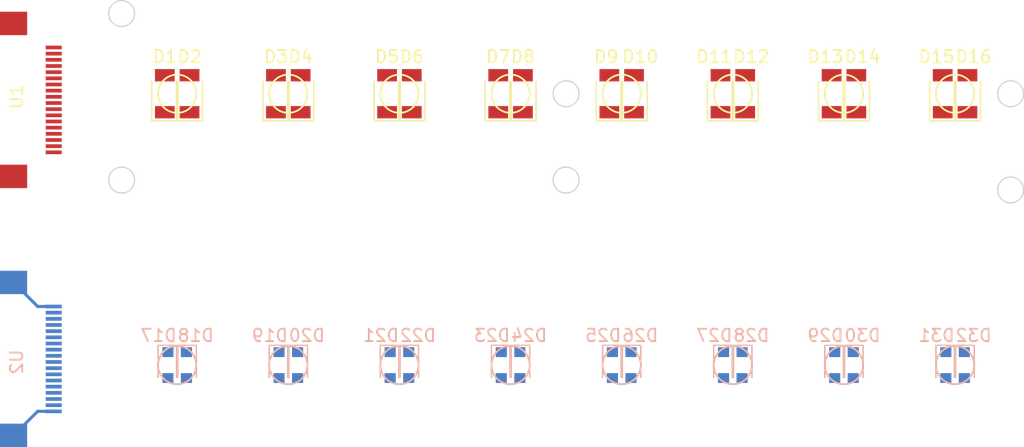
<source format=kicad_pcb>
(kicad_pcb (version 20171130) (host pcbnew "(5.1.6-0-10_14)")

  (general
    (thickness 1.6)
    (drawings 22)
    (tracks 4)
    (zones 0)
    (modules 34)
    (nets 34)
  )

  (page A4)
  (layers
    (0 F.Cu signal)
    (31 B.Cu signal)
    (32 B.Adhes user)
    (33 F.Adhes user)
    (34 B.Paste user)
    (35 F.Paste user)
    (36 B.SilkS user)
    (37 F.SilkS user)
    (38 B.Mask user)
    (39 F.Mask user)
    (40 Dwgs.User user)
    (41 Cmts.User user)
    (42 Eco1.User user)
    (43 Eco2.User user)
    (44 Edge.Cuts user)
    (45 Margin user)
    (46 B.CrtYd user)
    (47 F.CrtYd user)
    (48 B.Fab user hide)
    (49 F.Fab user hide)
  )

  (setup
    (last_trace_width 0.25)
    (trace_clearance 0.2)
    (zone_clearance 0.508)
    (zone_45_only no)
    (trace_min 0.2)
    (via_size 0.8)
    (via_drill 0.4)
    (via_min_size 0.4)
    (via_min_drill 0.3)
    (uvia_size 0.3)
    (uvia_drill 0.1)
    (uvias_allowed no)
    (uvia_min_size 0.2)
    (uvia_min_drill 0.1)
    (edge_width 0.1)
    (segment_width 0.2)
    (pcb_text_width 0.3)
    (pcb_text_size 1.5 1.5)
    (mod_edge_width 0.15)
    (mod_text_size 1 1)
    (mod_text_width 0.15)
    (pad_size 1.524 1.524)
    (pad_drill 0.762)
    (pad_to_mask_clearance 0)
    (aux_axis_origin 0 0)
    (visible_elements FFFFF77F)
    (pcbplotparams
      (layerselection 0x010fc_ffffffff)
      (usegerberextensions false)
      (usegerberattributes true)
      (usegerberadvancedattributes true)
      (creategerberjobfile true)
      (excludeedgelayer true)
      (linewidth 0.100000)
      (plotframeref false)
      (viasonmask false)
      (mode 1)
      (useauxorigin false)
      (hpglpennumber 1)
      (hpglpenspeed 20)
      (hpglpendiameter 15.000000)
      (psnegative false)
      (psa4output false)
      (plotreference true)
      (plotvalue true)
      (plotinvisibletext false)
      (padsonsilk false)
      (subtractmaskfromsilk false)
      (outputformat 1)
      (mirror false)
      (drillshape 1)
      (scaleselection 1)
      (outputdirectory ""))
  )

  (net 0 "")
  (net 1 OUT1)
  (net 2 GND)
  (net 3 OUT2)
  (net 4 OUT3)
  (net 5 OUT4)
  (net 6 OUT5)
  (net 7 OUT6)
  (net 8 OUT7)
  (net 9 OUT8)
  (net 10 OUT9)
  (net 11 OUT10)
  (net 12 OUT11)
  (net 13 OUT12)
  (net 14 OUT13)
  (net 15 OUT14)
  (net 16 OUT15)
  (net 17 OUT16)
  (net 18 OUT17)
  (net 19 OUT18)
  (net 20 OUT19)
  (net 21 OUT20)
  (net 22 OUT21)
  (net 23 OUT22)
  (net 24 OUT23)
  (net 25 OUT24)
  (net 26 OUT25)
  (net 27 OUT26)
  (net 28 OUT27)
  (net 29 OUT28)
  (net 30 OUT29)
  (net 31 OUT30)
  (net 32 OUT31)
  (net 33 OUT32)

  (net_class Default "This is the default net class."
    (clearance 0.2)
    (trace_width 0.25)
    (via_dia 0.8)
    (via_drill 0.4)
    (uvia_dia 0.3)
    (uvia_drill 0.1)
    (add_net GND)
    (add_net OUT1)
    (add_net OUT10)
    (add_net OUT11)
    (add_net OUT12)
    (add_net OUT13)
    (add_net OUT14)
    (add_net OUT15)
    (add_net OUT16)
    (add_net OUT17)
    (add_net OUT18)
    (add_net OUT19)
    (add_net OUT2)
    (add_net OUT20)
    (add_net OUT21)
    (add_net OUT22)
    (add_net OUT23)
    (add_net OUT24)
    (add_net OUT25)
    (add_net OUT26)
    (add_net OUT27)
    (add_net OUT28)
    (add_net OUT29)
    (add_net OUT3)
    (add_net OUT30)
    (add_net OUT31)
    (add_net OUT32)
    (add_net OUT4)
    (add_net OUT5)
    (add_net OUT6)
    (add_net OUT7)
    (add_net OUT8)
    (add_net OUT9)
  )

  (module Diodes_SMD:D_1206 (layer F.Cu) (tedit 590CEAF5) (tstamp 5ED1BD32)
    (at 117 63 90)
    (descr "Diode SMD 1206, reflow soldering http://datasheets.avx.com/schottky.pdf")
    (tags "Diode 1206")
    (path /5ECF4E8C)
    (attr smd)
    (fp_text reference D1 (at 3 0 180) (layer F.SilkS)
      (effects (font (size 1 1) (thickness 0.15)))
    )
    (fp_text value D_Photo (at 0 1.9 90) (layer F.Fab)
      (effects (font (size 1 1) (thickness 0.15)))
    )
    (fp_line (start -0.254 -0.254) (end -0.254 0.254) (layer F.Fab) (width 0.1))
    (fp_line (start 0.127 0) (end 0.381 0) (layer F.Fab) (width 0.1))
    (fp_line (start -0.254 0) (end -0.508 0) (layer F.Fab) (width 0.1))
    (fp_line (start 0.127 0.254) (end -0.254 0) (layer F.Fab) (width 0.1))
    (fp_line (start 0.127 -0.254) (end 0.127 0.254) (layer F.Fab) (width 0.1))
    (fp_line (start -0.254 0) (end 0.127 -0.254) (layer F.Fab) (width 0.1))
    (fp_line (start -2.2 -1.06) (end -2.2 1.06) (layer F.SilkS) (width 0.12))
    (fp_line (start -1.7 0.95) (end -1.7 -0.95) (layer F.Fab) (width 0.1))
    (fp_line (start 1.7 0.95) (end -1.7 0.95) (layer F.Fab) (width 0.1))
    (fp_line (start 1.7 -0.95) (end 1.7 0.95) (layer F.Fab) (width 0.1))
    (fp_line (start -1.7 -0.95) (end 1.7 -0.95) (layer F.Fab) (width 0.1))
    (fp_line (start -2.3 -1.16) (end 2.3 -1.16) (layer F.CrtYd) (width 0.05))
    (fp_line (start -2.3 1.16) (end 2.3 1.16) (layer F.CrtYd) (width 0.05))
    (fp_line (start -2.3 -1.16) (end -2.3 1.16) (layer F.CrtYd) (width 0.05))
    (fp_line (start 2.3 -1.16) (end 2.3 1.16) (layer F.CrtYd) (width 0.05))
    (fp_line (start 1 -1.06) (end -2.2 -1.06) (layer F.SilkS) (width 0.12))
    (fp_line (start -2.2 1.06) (end 1 1.06) (layer F.SilkS) (width 0.12))
    (fp_text user %R (at 0 -1.8 90) (layer F.Fab)
      (effects (font (size 1 1) (thickness 0.15)))
    )
    (pad 1 smd rect (at -1.5 0 90) (size 1 1.6) (layers F.Cu F.Paste F.Mask)
      (net 1 OUT1))
    (pad 2 smd rect (at 1.5 0 90) (size 1 1.6) (layers F.Cu F.Paste F.Mask)
      (net 2 GND))
    (model ${KISYS3DMOD}/Diodes_SMD.3dshapes/D_1206.wrl
      (at (xyz 0 0 0))
      (scale (xyz 1 1 1))
      (rotate (xyz 0 0 0))
    )
  )

  (module Diodes_SMD:D_1206 (layer F.Cu) (tedit 590CEAF5) (tstamp 5ECF5920)
    (at 119 63 90)
    (descr "Diode SMD 1206, reflow soldering http://datasheets.avx.com/schottky.pdf")
    (tags "Diode 1206")
    (path /5ECF5E77)
    (attr smd)
    (fp_text reference D2 (at 3 0 180) (layer F.SilkS)
      (effects (font (size 1 1) (thickness 0.15)))
    )
    (fp_text value D_Photo (at 0 1.9 90) (layer F.Fab)
      (effects (font (size 1 1) (thickness 0.15)))
    )
    (fp_line (start -2.2 1.06) (end 1 1.06) (layer F.SilkS) (width 0.12))
    (fp_line (start 1 -1.06) (end -2.2 -1.06) (layer F.SilkS) (width 0.12))
    (fp_line (start 2.3 -1.16) (end 2.3 1.16) (layer F.CrtYd) (width 0.05))
    (fp_line (start -2.3 -1.16) (end -2.3 1.16) (layer F.CrtYd) (width 0.05))
    (fp_line (start -2.3 1.16) (end 2.3 1.16) (layer F.CrtYd) (width 0.05))
    (fp_line (start -2.3 -1.16) (end 2.3 -1.16) (layer F.CrtYd) (width 0.05))
    (fp_line (start -1.7 -0.95) (end 1.7 -0.95) (layer F.Fab) (width 0.1))
    (fp_line (start 1.7 -0.95) (end 1.7 0.95) (layer F.Fab) (width 0.1))
    (fp_line (start 1.7 0.95) (end -1.7 0.95) (layer F.Fab) (width 0.1))
    (fp_line (start -1.7 0.95) (end -1.7 -0.95) (layer F.Fab) (width 0.1))
    (fp_line (start -2.2 -1.06) (end -2.2 1.06) (layer F.SilkS) (width 0.12))
    (fp_line (start -0.254 0) (end 0.127 -0.254) (layer F.Fab) (width 0.1))
    (fp_line (start 0.127 -0.254) (end 0.127 0.254) (layer F.Fab) (width 0.1))
    (fp_line (start 0.127 0.254) (end -0.254 0) (layer F.Fab) (width 0.1))
    (fp_line (start -0.254 0) (end -0.508 0) (layer F.Fab) (width 0.1))
    (fp_line (start 0.127 0) (end 0.381 0) (layer F.Fab) (width 0.1))
    (fp_line (start -0.254 -0.254) (end -0.254 0.254) (layer F.Fab) (width 0.1))
    (fp_text user %R (at 0 -1.8 90) (layer F.Fab)
      (effects (font (size 1 1) (thickness 0.15)))
    )
    (pad 2 smd rect (at 1.5 0 90) (size 1 1.6) (layers F.Cu F.Paste F.Mask)
      (net 2 GND))
    (pad 1 smd rect (at -1.5 0 90) (size 1 1.6) (layers F.Cu F.Paste F.Mask)
      (net 3 OUT2))
    (model ${KISYS3DMOD}/Diodes_SMD.3dshapes/D_1206.wrl
      (at (xyz 0 0 0))
      (scale (xyz 1 1 1))
      (rotate (xyz 0 0 0))
    )
  )

  (module Diodes_SMD:D_1206 (layer F.Cu) (tedit 590CEAF5) (tstamp 5ECF5938)
    (at 126 63 90)
    (descr "Diode SMD 1206, reflow soldering http://datasheets.avx.com/schottky.pdf")
    (tags "Diode 1206")
    (path /5ECF6ED6)
    (attr smd)
    (fp_text reference D3 (at 3 0 180) (layer F.SilkS)
      (effects (font (size 1 1) (thickness 0.15)))
    )
    (fp_text value D_Photo (at 0 1.9 90) (layer F.Fab)
      (effects (font (size 1 1) (thickness 0.15)))
    )
    (fp_line (start -2.2 1.06) (end 1 1.06) (layer F.SilkS) (width 0.12))
    (fp_line (start 1 -1.06) (end -2.2 -1.06) (layer F.SilkS) (width 0.12))
    (fp_line (start 2.3 -1.16) (end 2.3 1.16) (layer F.CrtYd) (width 0.05))
    (fp_line (start -2.3 -1.16) (end -2.3 1.16) (layer F.CrtYd) (width 0.05))
    (fp_line (start -2.3 1.16) (end 2.3 1.16) (layer F.CrtYd) (width 0.05))
    (fp_line (start -2.3 -1.16) (end 2.3 -1.16) (layer F.CrtYd) (width 0.05))
    (fp_line (start -1.7 -0.95) (end 1.7 -0.95) (layer F.Fab) (width 0.1))
    (fp_line (start 1.7 -0.95) (end 1.7 0.95) (layer F.Fab) (width 0.1))
    (fp_line (start 1.7 0.95) (end -1.7 0.95) (layer F.Fab) (width 0.1))
    (fp_line (start -1.7 0.95) (end -1.7 -0.95) (layer F.Fab) (width 0.1))
    (fp_line (start -2.2 -1.06) (end -2.2 1.06) (layer F.SilkS) (width 0.12))
    (fp_line (start -0.254 0) (end 0.127 -0.254) (layer F.Fab) (width 0.1))
    (fp_line (start 0.127 -0.254) (end 0.127 0.254) (layer F.Fab) (width 0.1))
    (fp_line (start 0.127 0.254) (end -0.254 0) (layer F.Fab) (width 0.1))
    (fp_line (start -0.254 0) (end -0.508 0) (layer F.Fab) (width 0.1))
    (fp_line (start 0.127 0) (end 0.381 0) (layer F.Fab) (width 0.1))
    (fp_line (start -0.254 -0.254) (end -0.254 0.254) (layer F.Fab) (width 0.1))
    (fp_text user %R (at 0 -1.8 90) (layer F.Fab)
      (effects (font (size 1 1) (thickness 0.15)))
    )
    (pad 2 smd rect (at 1.5 0 90) (size 1 1.6) (layers F.Cu F.Paste F.Mask)
      (net 2 GND))
    (pad 1 smd rect (at -1.5 0 90) (size 1 1.6) (layers F.Cu F.Paste F.Mask)
      (net 4 OUT3))
    (model ${KISYS3DMOD}/Diodes_SMD.3dshapes/D_1206.wrl
      (at (xyz 0 0 0))
      (scale (xyz 1 1 1))
      (rotate (xyz 0 0 0))
    )
  )

  (module Diodes_SMD:D_1206 (layer F.Cu) (tedit 590CEAF5) (tstamp 5ECF5950)
    (at 128 63 90)
    (descr "Diode SMD 1206, reflow soldering http://datasheets.avx.com/schottky.pdf")
    (tags "Diode 1206")
    (path /5ECF7221)
    (attr smd)
    (fp_text reference D4 (at 3 0 180) (layer F.SilkS)
      (effects (font (size 1 1) (thickness 0.15)))
    )
    (fp_text value D_Photo (at 0 1.9 90) (layer F.Fab)
      (effects (font (size 1 1) (thickness 0.15)))
    )
    (fp_line (start -2.2 1.06) (end 1 1.06) (layer F.SilkS) (width 0.12))
    (fp_line (start 1 -1.06) (end -2.2 -1.06) (layer F.SilkS) (width 0.12))
    (fp_line (start 2.3 -1.16) (end 2.3 1.16) (layer F.CrtYd) (width 0.05))
    (fp_line (start -2.3 -1.16) (end -2.3 1.16) (layer F.CrtYd) (width 0.05))
    (fp_line (start -2.3 1.16) (end 2.3 1.16) (layer F.CrtYd) (width 0.05))
    (fp_line (start -2.3 -1.16) (end 2.3 -1.16) (layer F.CrtYd) (width 0.05))
    (fp_line (start -1.7 -0.95) (end 1.7 -0.95) (layer F.Fab) (width 0.1))
    (fp_line (start 1.7 -0.95) (end 1.7 0.95) (layer F.Fab) (width 0.1))
    (fp_line (start 1.7 0.95) (end -1.7 0.95) (layer F.Fab) (width 0.1))
    (fp_line (start -1.7 0.95) (end -1.7 -0.95) (layer F.Fab) (width 0.1))
    (fp_line (start -2.2 -1.06) (end -2.2 1.06) (layer F.SilkS) (width 0.12))
    (fp_line (start -0.254 0) (end 0.127 -0.254) (layer F.Fab) (width 0.1))
    (fp_line (start 0.127 -0.254) (end 0.127 0.254) (layer F.Fab) (width 0.1))
    (fp_line (start 0.127 0.254) (end -0.254 0) (layer F.Fab) (width 0.1))
    (fp_line (start -0.254 0) (end -0.508 0) (layer F.Fab) (width 0.1))
    (fp_line (start 0.127 0) (end 0.381 0) (layer F.Fab) (width 0.1))
    (fp_line (start -0.254 -0.254) (end -0.254 0.254) (layer F.Fab) (width 0.1))
    (fp_text user %R (at 0 -1.8 90) (layer F.Fab)
      (effects (font (size 1 1) (thickness 0.15)))
    )
    (pad 2 smd rect (at 1.5 0 90) (size 1 1.6) (layers F.Cu F.Paste F.Mask)
      (net 2 GND))
    (pad 1 smd rect (at -1.5 0 90) (size 1 1.6) (layers F.Cu F.Paste F.Mask)
      (net 5 OUT4))
    (model ${KISYS3DMOD}/Diodes_SMD.3dshapes/D_1206.wrl
      (at (xyz 0 0 0))
      (scale (xyz 1 1 1))
      (rotate (xyz 0 0 0))
    )
  )

  (module Diodes_SMD:D_1206 (layer F.Cu) (tedit 590CEAF5) (tstamp 5ECFB4AE)
    (at 135 63 90)
    (descr "Diode SMD 1206, reflow soldering http://datasheets.avx.com/schottky.pdf")
    (tags "Diode 1206")
    (path /5ECFB7FC)
    (attr smd)
    (fp_text reference D5 (at 3 0 180) (layer F.SilkS)
      (effects (font (size 1 1) (thickness 0.15)))
    )
    (fp_text value D_Photo (at 0 1.9 90) (layer F.Fab)
      (effects (font (size 1 1) (thickness 0.15)))
    )
    (fp_line (start -2.2 1.06) (end 1 1.06) (layer F.SilkS) (width 0.12))
    (fp_line (start 1 -1.06) (end -2.2 -1.06) (layer F.SilkS) (width 0.12))
    (fp_line (start 2.3 -1.16) (end 2.3 1.16) (layer F.CrtYd) (width 0.05))
    (fp_line (start -2.3 -1.16) (end -2.3 1.16) (layer F.CrtYd) (width 0.05))
    (fp_line (start -2.3 1.16) (end 2.3 1.16) (layer F.CrtYd) (width 0.05))
    (fp_line (start -2.3 -1.16) (end 2.3 -1.16) (layer F.CrtYd) (width 0.05))
    (fp_line (start -1.7 -0.95) (end 1.7 -0.95) (layer F.Fab) (width 0.1))
    (fp_line (start 1.7 -0.95) (end 1.7 0.95) (layer F.Fab) (width 0.1))
    (fp_line (start 1.7 0.95) (end -1.7 0.95) (layer F.Fab) (width 0.1))
    (fp_line (start -1.7 0.95) (end -1.7 -0.95) (layer F.Fab) (width 0.1))
    (fp_line (start -2.2 -1.06) (end -2.2 1.06) (layer F.SilkS) (width 0.12))
    (fp_line (start -0.254 0) (end 0.127 -0.254) (layer F.Fab) (width 0.1))
    (fp_line (start 0.127 -0.254) (end 0.127 0.254) (layer F.Fab) (width 0.1))
    (fp_line (start 0.127 0.254) (end -0.254 0) (layer F.Fab) (width 0.1))
    (fp_line (start -0.254 0) (end -0.508 0) (layer F.Fab) (width 0.1))
    (fp_line (start 0.127 0) (end 0.381 0) (layer F.Fab) (width 0.1))
    (fp_line (start -0.254 -0.254) (end -0.254 0.254) (layer F.Fab) (width 0.1))
    (fp_text user %R (at 0 -1.8 90) (layer F.Fab)
      (effects (font (size 1 1) (thickness 0.15)))
    )
    (pad 2 smd rect (at 1.5 0 90) (size 1 1.6) (layers F.Cu F.Paste F.Mask)
      (net 2 GND))
    (pad 1 smd rect (at -1.5 0 90) (size 1 1.6) (layers F.Cu F.Paste F.Mask)
      (net 6 OUT5))
    (model ${KISYS3DMOD}/Diodes_SMD.3dshapes/D_1206.wrl
      (at (xyz 0 0 0))
      (scale (xyz 1 1 1))
      (rotate (xyz 0 0 0))
    )
  )

  (module Diodes_SMD:D_1206 (layer F.Cu) (tedit 590CEAF5) (tstamp 5ECF5980)
    (at 137 63 90)
    (descr "Diode SMD 1206, reflow soldering http://datasheets.avx.com/schottky.pdf")
    (tags "Diode 1206")
    (path /5ECFB806)
    (attr smd)
    (fp_text reference D6 (at 3 0 180) (layer F.SilkS)
      (effects (font (size 1 1) (thickness 0.15)))
    )
    (fp_text value D_Photo (at 0 1.9 90) (layer F.Fab)
      (effects (font (size 1 1) (thickness 0.15)))
    )
    (fp_line (start -0.254 -0.254) (end -0.254 0.254) (layer F.Fab) (width 0.1))
    (fp_line (start 0.127 0) (end 0.381 0) (layer F.Fab) (width 0.1))
    (fp_line (start -0.254 0) (end -0.508 0) (layer F.Fab) (width 0.1))
    (fp_line (start 0.127 0.254) (end -0.254 0) (layer F.Fab) (width 0.1))
    (fp_line (start 0.127 -0.254) (end 0.127 0.254) (layer F.Fab) (width 0.1))
    (fp_line (start -0.254 0) (end 0.127 -0.254) (layer F.Fab) (width 0.1))
    (fp_line (start -2.2 -1.06) (end -2.2 1.06) (layer F.SilkS) (width 0.12))
    (fp_line (start -1.7 0.95) (end -1.7 -0.95) (layer F.Fab) (width 0.1))
    (fp_line (start 1.7 0.95) (end -1.7 0.95) (layer F.Fab) (width 0.1))
    (fp_line (start 1.7 -0.95) (end 1.7 0.95) (layer F.Fab) (width 0.1))
    (fp_line (start -1.7 -0.95) (end 1.7 -0.95) (layer F.Fab) (width 0.1))
    (fp_line (start -2.3 -1.16) (end 2.3 -1.16) (layer F.CrtYd) (width 0.05))
    (fp_line (start -2.3 1.16) (end 2.3 1.16) (layer F.CrtYd) (width 0.05))
    (fp_line (start -2.3 -1.16) (end -2.3 1.16) (layer F.CrtYd) (width 0.05))
    (fp_line (start 2.3 -1.16) (end 2.3 1.16) (layer F.CrtYd) (width 0.05))
    (fp_line (start 1 -1.06) (end -2.2 -1.06) (layer F.SilkS) (width 0.12))
    (fp_line (start -2.2 1.06) (end 1 1.06) (layer F.SilkS) (width 0.12))
    (fp_text user %R (at 0 -1.8 90) (layer F.Fab)
      (effects (font (size 1 1) (thickness 0.15)))
    )
    (pad 1 smd rect (at -1.5 0 90) (size 1 1.6) (layers F.Cu F.Paste F.Mask)
      (net 7 OUT6))
    (pad 2 smd rect (at 1.5 0 90) (size 1 1.6) (layers F.Cu F.Paste F.Mask)
      (net 2 GND))
    (model ${KISYS3DMOD}/Diodes_SMD.3dshapes/D_1206.wrl
      (at (xyz 0 0 0))
      (scale (xyz 1 1 1))
      (rotate (xyz 0 0 0))
    )
  )

  (module Diodes_SMD:D_1206 (layer F.Cu) (tedit 590CEAF5) (tstamp 5ED1C12E)
    (at 144 63 90)
    (descr "Diode SMD 1206, reflow soldering http://datasheets.avx.com/schottky.pdf")
    (tags "Diode 1206")
    (path /5ECFB810)
    (attr smd)
    (fp_text reference D7 (at 3 0 180) (layer F.SilkS)
      (effects (font (size 1 1) (thickness 0.15)))
    )
    (fp_text value D_Photo (at 0 1.9 90) (layer F.Fab)
      (effects (font (size 1 1) (thickness 0.15)))
    )
    (fp_line (start -2.2 1.06) (end 1 1.06) (layer F.SilkS) (width 0.12))
    (fp_line (start 1 -1.06) (end -2.2 -1.06) (layer F.SilkS) (width 0.12))
    (fp_line (start 2.3 -1.16) (end 2.3 1.16) (layer F.CrtYd) (width 0.05))
    (fp_line (start -2.3 -1.16) (end -2.3 1.16) (layer F.CrtYd) (width 0.05))
    (fp_line (start -2.3 1.16) (end 2.3 1.16) (layer F.CrtYd) (width 0.05))
    (fp_line (start -2.3 -1.16) (end 2.3 -1.16) (layer F.CrtYd) (width 0.05))
    (fp_line (start -1.7 -0.95) (end 1.7 -0.95) (layer F.Fab) (width 0.1))
    (fp_line (start 1.7 -0.95) (end 1.7 0.95) (layer F.Fab) (width 0.1))
    (fp_line (start 1.7 0.95) (end -1.7 0.95) (layer F.Fab) (width 0.1))
    (fp_line (start -1.7 0.95) (end -1.7 -0.95) (layer F.Fab) (width 0.1))
    (fp_line (start -2.2 -1.06) (end -2.2 1.06) (layer F.SilkS) (width 0.12))
    (fp_line (start -0.254 0) (end 0.127 -0.254) (layer F.Fab) (width 0.1))
    (fp_line (start 0.127 -0.254) (end 0.127 0.254) (layer F.Fab) (width 0.1))
    (fp_line (start 0.127 0.254) (end -0.254 0) (layer F.Fab) (width 0.1))
    (fp_line (start -0.254 0) (end -0.508 0) (layer F.Fab) (width 0.1))
    (fp_line (start 0.127 0) (end 0.381 0) (layer F.Fab) (width 0.1))
    (fp_line (start -0.254 -0.254) (end -0.254 0.254) (layer F.Fab) (width 0.1))
    (fp_text user %R (at 0 -1.8 90) (layer F.Fab)
      (effects (font (size 1 1) (thickness 0.15)))
    )
    (pad 2 smd rect (at 1.5 0 90) (size 1 1.6) (layers F.Cu F.Paste F.Mask)
      (net 2 GND))
    (pad 1 smd rect (at -1.5 0 90) (size 1 1.6) (layers F.Cu F.Paste F.Mask)
      (net 8 OUT7))
    (model ${KISYS3DMOD}/Diodes_SMD.3dshapes/D_1206.wrl
      (at (xyz 0 0 0))
      (scale (xyz 1 1 1))
      (rotate (xyz 0 0 0))
    )
  )

  (module Diodes_SMD:D_1206 (layer F.Cu) (tedit 590CEAF5) (tstamp 5ECF59B0)
    (at 146 63 90)
    (descr "Diode SMD 1206, reflow soldering http://datasheets.avx.com/schottky.pdf")
    (tags "Diode 1206")
    (path /5ECFB81A)
    (attr smd)
    (fp_text reference D8 (at 3 0 180) (layer F.SilkS)
      (effects (font (size 1 1) (thickness 0.15)))
    )
    (fp_text value D_Photo (at 0 1.9 90) (layer F.Fab)
      (effects (font (size 1 1) (thickness 0.15)))
    )
    (fp_line (start -0.254 -0.254) (end -0.254 0.254) (layer F.Fab) (width 0.1))
    (fp_line (start 0.127 0) (end 0.381 0) (layer F.Fab) (width 0.1))
    (fp_line (start -0.254 0) (end -0.508 0) (layer F.Fab) (width 0.1))
    (fp_line (start 0.127 0.254) (end -0.254 0) (layer F.Fab) (width 0.1))
    (fp_line (start 0.127 -0.254) (end 0.127 0.254) (layer F.Fab) (width 0.1))
    (fp_line (start -0.254 0) (end 0.127 -0.254) (layer F.Fab) (width 0.1))
    (fp_line (start -2.2 -1.06) (end -2.2 1.06) (layer F.SilkS) (width 0.12))
    (fp_line (start -1.7 0.95) (end -1.7 -0.95) (layer F.Fab) (width 0.1))
    (fp_line (start 1.7 0.95) (end -1.7 0.95) (layer F.Fab) (width 0.1))
    (fp_line (start 1.7 -0.95) (end 1.7 0.95) (layer F.Fab) (width 0.1))
    (fp_line (start -1.7 -0.95) (end 1.7 -0.95) (layer F.Fab) (width 0.1))
    (fp_line (start -2.3 -1.16) (end 2.3 -1.16) (layer F.CrtYd) (width 0.05))
    (fp_line (start -2.3 1.16) (end 2.3 1.16) (layer F.CrtYd) (width 0.05))
    (fp_line (start -2.3 -1.16) (end -2.3 1.16) (layer F.CrtYd) (width 0.05))
    (fp_line (start 2.3 -1.16) (end 2.3 1.16) (layer F.CrtYd) (width 0.05))
    (fp_line (start 1 -1.06) (end -2.2 -1.06) (layer F.SilkS) (width 0.12))
    (fp_line (start -2.2 1.06) (end 1 1.06) (layer F.SilkS) (width 0.12))
    (fp_text user %R (at 0 -1.8 90) (layer F.Fab)
      (effects (font (size 1 1) (thickness 0.15)))
    )
    (pad 1 smd rect (at -1.5 0 90) (size 1 1.6) (layers F.Cu F.Paste F.Mask)
      (net 9 OUT8))
    (pad 2 smd rect (at 1.5 0 90) (size 1 1.6) (layers F.Cu F.Paste F.Mask)
      (net 2 GND))
    (model ${KISYS3DMOD}/Diodes_SMD.3dshapes/D_1206.wrl
      (at (xyz 0 0 0))
      (scale (xyz 1 1 1))
      (rotate (xyz 0 0 0))
    )
  )

  (module Diodes_SMD:D_1206 (layer F.Cu) (tedit 590CEAF5) (tstamp 5ECF59C8)
    (at 153 63 90)
    (descr "Diode SMD 1206, reflow soldering http://datasheets.avx.com/schottky.pdf")
    (tags "Diode 1206")
    (path /5ED19353)
    (attr smd)
    (fp_text reference D9 (at 3 -0.25 180) (layer F.SilkS)
      (effects (font (size 1 1) (thickness 0.15)))
    )
    (fp_text value D_Photo (at 0 1.9 90) (layer F.Fab)
      (effects (font (size 1 1) (thickness 0.15)))
    )
    (fp_line (start -2.2 1.06) (end 1 1.06) (layer F.SilkS) (width 0.12))
    (fp_line (start 1 -1.06) (end -2.2 -1.06) (layer F.SilkS) (width 0.12))
    (fp_line (start 2.3 -1.16) (end 2.3 1.16) (layer F.CrtYd) (width 0.05))
    (fp_line (start -2.3 -1.16) (end -2.3 1.16) (layer F.CrtYd) (width 0.05))
    (fp_line (start -2.3 1.16) (end 2.3 1.16) (layer F.CrtYd) (width 0.05))
    (fp_line (start -2.3 -1.16) (end 2.3 -1.16) (layer F.CrtYd) (width 0.05))
    (fp_line (start -1.7 -0.95) (end 1.7 -0.95) (layer F.Fab) (width 0.1))
    (fp_line (start 1.7 -0.95) (end 1.7 0.95) (layer F.Fab) (width 0.1))
    (fp_line (start 1.7 0.95) (end -1.7 0.95) (layer F.Fab) (width 0.1))
    (fp_line (start -1.7 0.95) (end -1.7 -0.95) (layer F.Fab) (width 0.1))
    (fp_line (start -2.2 -1.06) (end -2.2 1.06) (layer F.SilkS) (width 0.12))
    (fp_line (start -0.254 0) (end 0.127 -0.254) (layer F.Fab) (width 0.1))
    (fp_line (start 0.127 -0.254) (end 0.127 0.254) (layer F.Fab) (width 0.1))
    (fp_line (start 0.127 0.254) (end -0.254 0) (layer F.Fab) (width 0.1))
    (fp_line (start -0.254 0) (end -0.508 0) (layer F.Fab) (width 0.1))
    (fp_line (start 0.127 0) (end 0.381 0) (layer F.Fab) (width 0.1))
    (fp_line (start -0.254 -0.254) (end -0.254 0.254) (layer F.Fab) (width 0.1))
    (fp_text user %R (at 0 -1.8 90) (layer F.Fab)
      (effects (font (size 1 1) (thickness 0.15)))
    )
    (pad 2 smd rect (at 1.5 0 90) (size 1 1.6) (layers F.Cu F.Paste F.Mask)
      (net 2 GND))
    (pad 1 smd rect (at -1.5 0 90) (size 1 1.6) (layers F.Cu F.Paste F.Mask)
      (net 10 OUT9))
    (model ${KISYS3DMOD}/Diodes_SMD.3dshapes/D_1206.wrl
      (at (xyz 0 0 0))
      (scale (xyz 1 1 1))
      (rotate (xyz 0 0 0))
    )
  )

  (module Diodes_SMD:D_1206 (layer F.Cu) (tedit 590CEAF5) (tstamp 5ECF59E0)
    (at 155 63 90)
    (descr "Diode SMD 1206, reflow soldering http://datasheets.avx.com/schottky.pdf")
    (tags "Diode 1206")
    (path /5ED1935D)
    (attr smd)
    (fp_text reference D10 (at 3 0.5 180) (layer F.SilkS)
      (effects (font (size 1 1) (thickness 0.15)))
    )
    (fp_text value D_Photo (at 0 1.9 90) (layer F.Fab)
      (effects (font (size 1 1) (thickness 0.15)))
    )
    (fp_line (start -0.254 -0.254) (end -0.254 0.254) (layer F.Fab) (width 0.1))
    (fp_line (start 0.127 0) (end 0.381 0) (layer F.Fab) (width 0.1))
    (fp_line (start -0.254 0) (end -0.508 0) (layer F.Fab) (width 0.1))
    (fp_line (start 0.127 0.254) (end -0.254 0) (layer F.Fab) (width 0.1))
    (fp_line (start 0.127 -0.254) (end 0.127 0.254) (layer F.Fab) (width 0.1))
    (fp_line (start -0.254 0) (end 0.127 -0.254) (layer F.Fab) (width 0.1))
    (fp_line (start -2.2 -1.06) (end -2.2 1.06) (layer F.SilkS) (width 0.12))
    (fp_line (start -1.7 0.95) (end -1.7 -0.95) (layer F.Fab) (width 0.1))
    (fp_line (start 1.7 0.95) (end -1.7 0.95) (layer F.Fab) (width 0.1))
    (fp_line (start 1.7 -0.95) (end 1.7 0.95) (layer F.Fab) (width 0.1))
    (fp_line (start -1.7 -0.95) (end 1.7 -0.95) (layer F.Fab) (width 0.1))
    (fp_line (start -2.3 -1.16) (end 2.3 -1.16) (layer F.CrtYd) (width 0.05))
    (fp_line (start -2.3 1.16) (end 2.3 1.16) (layer F.CrtYd) (width 0.05))
    (fp_line (start -2.3 -1.16) (end -2.3 1.16) (layer F.CrtYd) (width 0.05))
    (fp_line (start 2.3 -1.16) (end 2.3 1.16) (layer F.CrtYd) (width 0.05))
    (fp_line (start 1 -1.06) (end -2.2 -1.06) (layer F.SilkS) (width 0.12))
    (fp_line (start -2.2 1.06) (end 1 1.06) (layer F.SilkS) (width 0.12))
    (fp_text user %R (at 0 -1.8 90) (layer F.Fab)
      (effects (font (size 1 1) (thickness 0.15)))
    )
    (pad 1 smd rect (at -1.5 0 90) (size 1 1.6) (layers F.Cu F.Paste F.Mask)
      (net 11 OUT10))
    (pad 2 smd rect (at 1.5 0 90) (size 1 1.6) (layers F.Cu F.Paste F.Mask)
      (net 2 GND))
    (model ${KISYS3DMOD}/Diodes_SMD.3dshapes/D_1206.wrl
      (at (xyz 0 0 0))
      (scale (xyz 1 1 1))
      (rotate (xyz 0 0 0))
    )
  )

  (module Diodes_SMD:D_1206 (layer F.Cu) (tedit 590CEAF5) (tstamp 5ECF59F8)
    (at 162 63 90)
    (descr "Diode SMD 1206, reflow soldering http://datasheets.avx.com/schottky.pdf")
    (tags "Diode 1206")
    (path /5ED19367)
    (attr smd)
    (fp_text reference D11 (at 3 -0.5 180) (layer F.SilkS)
      (effects (font (size 1 1) (thickness 0.15)))
    )
    (fp_text value D_Photo (at 0 1.9 90) (layer F.Fab)
      (effects (font (size 1 1) (thickness 0.15)))
    )
    (fp_line (start -2.2 1.06) (end 1 1.06) (layer F.SilkS) (width 0.12))
    (fp_line (start 1 -1.06) (end -2.2 -1.06) (layer F.SilkS) (width 0.12))
    (fp_line (start 2.3 -1.16) (end 2.3 1.16) (layer F.CrtYd) (width 0.05))
    (fp_line (start -2.3 -1.16) (end -2.3 1.16) (layer F.CrtYd) (width 0.05))
    (fp_line (start -2.3 1.16) (end 2.3 1.16) (layer F.CrtYd) (width 0.05))
    (fp_line (start -2.3 -1.16) (end 2.3 -1.16) (layer F.CrtYd) (width 0.05))
    (fp_line (start -1.7 -0.95) (end 1.7 -0.95) (layer F.Fab) (width 0.1))
    (fp_line (start 1.7 -0.95) (end 1.7 0.95) (layer F.Fab) (width 0.1))
    (fp_line (start 1.7 0.95) (end -1.7 0.95) (layer F.Fab) (width 0.1))
    (fp_line (start -1.7 0.95) (end -1.7 -0.95) (layer F.Fab) (width 0.1))
    (fp_line (start -2.2 -1.06) (end -2.2 1.06) (layer F.SilkS) (width 0.12))
    (fp_line (start -0.254 0) (end 0.127 -0.254) (layer F.Fab) (width 0.1))
    (fp_line (start 0.127 -0.254) (end 0.127 0.254) (layer F.Fab) (width 0.1))
    (fp_line (start 0.127 0.254) (end -0.254 0) (layer F.Fab) (width 0.1))
    (fp_line (start -0.254 0) (end -0.508 0) (layer F.Fab) (width 0.1))
    (fp_line (start 0.127 0) (end 0.381 0) (layer F.Fab) (width 0.1))
    (fp_line (start -0.254 -0.254) (end -0.254 0.254) (layer F.Fab) (width 0.1))
    (fp_text user %R (at 0 -1.8 90) (layer F.Fab)
      (effects (font (size 1 1) (thickness 0.15)))
    )
    (pad 2 smd rect (at 1.5 0 90) (size 1 1.6) (layers F.Cu F.Paste F.Mask)
      (net 2 GND))
    (pad 1 smd rect (at -1.5 0 90) (size 1 1.6) (layers F.Cu F.Paste F.Mask)
      (net 12 OUT11))
    (model ${KISYS3DMOD}/Diodes_SMD.3dshapes/D_1206.wrl
      (at (xyz 0 0 0))
      (scale (xyz 1 1 1))
      (rotate (xyz 0 0 0))
    )
  )

  (module Diodes_SMD:D_1206 (layer F.Cu) (tedit 590CEAF5) (tstamp 5ECF5A10)
    (at 164 63 90)
    (descr "Diode SMD 1206, reflow soldering http://datasheets.avx.com/schottky.pdf")
    (tags "Diode 1206")
    (path /5ED19371)
    (attr smd)
    (fp_text reference D12 (at 3 0.5 180) (layer F.SilkS)
      (effects (font (size 1 1) (thickness 0.15)))
    )
    (fp_text value D_Photo (at 0 1.9 90) (layer F.Fab)
      (effects (font (size 1 1) (thickness 0.15)))
    )
    (fp_line (start -0.254 -0.254) (end -0.254 0.254) (layer F.Fab) (width 0.1))
    (fp_line (start 0.127 0) (end 0.381 0) (layer F.Fab) (width 0.1))
    (fp_line (start -0.254 0) (end -0.508 0) (layer F.Fab) (width 0.1))
    (fp_line (start 0.127 0.254) (end -0.254 0) (layer F.Fab) (width 0.1))
    (fp_line (start 0.127 -0.254) (end 0.127 0.254) (layer F.Fab) (width 0.1))
    (fp_line (start -0.254 0) (end 0.127 -0.254) (layer F.Fab) (width 0.1))
    (fp_line (start -2.2 -1.06) (end -2.2 1.06) (layer F.SilkS) (width 0.12))
    (fp_line (start -1.7 0.95) (end -1.7 -0.95) (layer F.Fab) (width 0.1))
    (fp_line (start 1.7 0.95) (end -1.7 0.95) (layer F.Fab) (width 0.1))
    (fp_line (start 1.7 -0.95) (end 1.7 0.95) (layer F.Fab) (width 0.1))
    (fp_line (start -1.7 -0.95) (end 1.7 -0.95) (layer F.Fab) (width 0.1))
    (fp_line (start -2.3 -1.16) (end 2.3 -1.16) (layer F.CrtYd) (width 0.05))
    (fp_line (start -2.3 1.16) (end 2.3 1.16) (layer F.CrtYd) (width 0.05))
    (fp_line (start -2.3 -1.16) (end -2.3 1.16) (layer F.CrtYd) (width 0.05))
    (fp_line (start 2.3 -1.16) (end 2.3 1.16) (layer F.CrtYd) (width 0.05))
    (fp_line (start 1 -1.06) (end -2.2 -1.06) (layer F.SilkS) (width 0.12))
    (fp_line (start -2.2 1.06) (end 1 1.06) (layer F.SilkS) (width 0.12))
    (fp_text user %R (at 0 -1.8 90) (layer F.Fab)
      (effects (font (size 1 1) (thickness 0.15)))
    )
    (pad 1 smd rect (at -1.5 0 90) (size 1 1.6) (layers F.Cu F.Paste F.Mask)
      (net 13 OUT12))
    (pad 2 smd rect (at 1.5 0 90) (size 1 1.6) (layers F.Cu F.Paste F.Mask)
      (net 2 GND))
    (model ${KISYS3DMOD}/Diodes_SMD.3dshapes/D_1206.wrl
      (at (xyz 0 0 0))
      (scale (xyz 1 1 1))
      (rotate (xyz 0 0 0))
    )
  )

  (module Diodes_SMD:D_1206 (layer F.Cu) (tedit 590CEAF5) (tstamp 5ECF5A28)
    (at 171 63 90)
    (descr "Diode SMD 1206, reflow soldering http://datasheets.avx.com/schottky.pdf")
    (tags "Diode 1206")
    (path /5ED1937B)
    (attr smd)
    (fp_text reference D13 (at 3 -0.5 180) (layer F.SilkS)
      (effects (font (size 1 1) (thickness 0.15)))
    )
    (fp_text value D_Photo (at 0 1.9 90) (layer F.Fab)
      (effects (font (size 1 1) (thickness 0.15)))
    )
    (fp_line (start -2.2 1.06) (end 1 1.06) (layer F.SilkS) (width 0.12))
    (fp_line (start 1 -1.06) (end -2.2 -1.06) (layer F.SilkS) (width 0.12))
    (fp_line (start 2.3 -1.16) (end 2.3 1.16) (layer F.CrtYd) (width 0.05))
    (fp_line (start -2.3 -1.16) (end -2.3 1.16) (layer F.CrtYd) (width 0.05))
    (fp_line (start -2.3 1.16) (end 2.3 1.16) (layer F.CrtYd) (width 0.05))
    (fp_line (start -2.3 -1.16) (end 2.3 -1.16) (layer F.CrtYd) (width 0.05))
    (fp_line (start -1.7 -0.95) (end 1.7 -0.95) (layer F.Fab) (width 0.1))
    (fp_line (start 1.7 -0.95) (end 1.7 0.95) (layer F.Fab) (width 0.1))
    (fp_line (start 1.7 0.95) (end -1.7 0.95) (layer F.Fab) (width 0.1))
    (fp_line (start -1.7 0.95) (end -1.7 -0.95) (layer F.Fab) (width 0.1))
    (fp_line (start -2.2 -1.06) (end -2.2 1.06) (layer F.SilkS) (width 0.12))
    (fp_line (start -0.254 0) (end 0.127 -0.254) (layer F.Fab) (width 0.1))
    (fp_line (start 0.127 -0.254) (end 0.127 0.254) (layer F.Fab) (width 0.1))
    (fp_line (start 0.127 0.254) (end -0.254 0) (layer F.Fab) (width 0.1))
    (fp_line (start -0.254 0) (end -0.508 0) (layer F.Fab) (width 0.1))
    (fp_line (start 0.127 0) (end 0.381 0) (layer F.Fab) (width 0.1))
    (fp_line (start -0.254 -0.254) (end -0.254 0.254) (layer F.Fab) (width 0.1))
    (fp_text user %R (at 0 -1.8 90) (layer F.Fab)
      (effects (font (size 1 1) (thickness 0.15)))
    )
    (pad 2 smd rect (at 1.5 0 90) (size 1 1.6) (layers F.Cu F.Paste F.Mask)
      (net 2 GND))
    (pad 1 smd rect (at -1.5 0 90) (size 1 1.6) (layers F.Cu F.Paste F.Mask)
      (net 14 OUT13))
    (model ${KISYS3DMOD}/Diodes_SMD.3dshapes/D_1206.wrl
      (at (xyz 0 0 0))
      (scale (xyz 1 1 1))
      (rotate (xyz 0 0 0))
    )
  )

  (module Diodes_SMD:D_1206 (layer F.Cu) (tedit 590CEAF5) (tstamp 5ECF5A40)
    (at 173 63 90)
    (descr "Diode SMD 1206, reflow soldering http://datasheets.avx.com/schottky.pdf")
    (tags "Diode 1206")
    (path /5ED19385)
    (attr smd)
    (fp_text reference D14 (at 3 0.5 180) (layer F.SilkS)
      (effects (font (size 1 1) (thickness 0.15)))
    )
    (fp_text value D_Photo (at 0 1.9 90) (layer F.Fab)
      (effects (font (size 1 1) (thickness 0.15)))
    )
    (fp_line (start -0.254 -0.254) (end -0.254 0.254) (layer F.Fab) (width 0.1))
    (fp_line (start 0.127 0) (end 0.381 0) (layer F.Fab) (width 0.1))
    (fp_line (start -0.254 0) (end -0.508 0) (layer F.Fab) (width 0.1))
    (fp_line (start 0.127 0.254) (end -0.254 0) (layer F.Fab) (width 0.1))
    (fp_line (start 0.127 -0.254) (end 0.127 0.254) (layer F.Fab) (width 0.1))
    (fp_line (start -0.254 0) (end 0.127 -0.254) (layer F.Fab) (width 0.1))
    (fp_line (start -2.2 -1.06) (end -2.2 1.06) (layer F.SilkS) (width 0.12))
    (fp_line (start -1.7 0.95) (end -1.7 -0.95) (layer F.Fab) (width 0.1))
    (fp_line (start 1.7 0.95) (end -1.7 0.95) (layer F.Fab) (width 0.1))
    (fp_line (start 1.7 -0.95) (end 1.7 0.95) (layer F.Fab) (width 0.1))
    (fp_line (start -1.7 -0.95) (end 1.7 -0.95) (layer F.Fab) (width 0.1))
    (fp_line (start -2.3 -1.16) (end 2.3 -1.16) (layer F.CrtYd) (width 0.05))
    (fp_line (start -2.3 1.16) (end 2.3 1.16) (layer F.CrtYd) (width 0.05))
    (fp_line (start -2.3 -1.16) (end -2.3 1.16) (layer F.CrtYd) (width 0.05))
    (fp_line (start 2.3 -1.16) (end 2.3 1.16) (layer F.CrtYd) (width 0.05))
    (fp_line (start 1 -1.06) (end -2.2 -1.06) (layer F.SilkS) (width 0.12))
    (fp_line (start -2.2 1.06) (end 1 1.06) (layer F.SilkS) (width 0.12))
    (fp_text user %R (at 0 -1.8 90) (layer F.Fab)
      (effects (font (size 1 1) (thickness 0.15)))
    )
    (pad 1 smd rect (at -1.5 0 90) (size 1 1.6) (layers F.Cu F.Paste F.Mask)
      (net 15 OUT14))
    (pad 2 smd rect (at 1.5 0 90) (size 1 1.6) (layers F.Cu F.Paste F.Mask)
      (net 2 GND))
    (model ${KISYS3DMOD}/Diodes_SMD.3dshapes/D_1206.wrl
      (at (xyz 0 0 0))
      (scale (xyz 1 1 1))
      (rotate (xyz 0 0 0))
    )
  )

  (module Diodes_SMD:D_1206 (layer F.Cu) (tedit 590CEAF5) (tstamp 5ED1B6E1)
    (at 180 63 90)
    (descr "Diode SMD 1206, reflow soldering http://datasheets.avx.com/schottky.pdf")
    (tags "Diode 1206")
    (path /5ED1938F)
    (attr smd)
    (fp_text reference D15 (at 3 -0.5 180) (layer F.SilkS)
      (effects (font (size 1 1) (thickness 0.15)))
    )
    (fp_text value D_Photo (at 0 1.9 90) (layer F.Fab)
      (effects (font (size 1 1) (thickness 0.15)))
    )
    (fp_line (start -2.2 1.06) (end 1 1.06) (layer F.SilkS) (width 0.12))
    (fp_line (start 1 -1.06) (end -2.2 -1.06) (layer F.SilkS) (width 0.12))
    (fp_line (start 2.3 -1.16) (end 2.3 1.16) (layer F.CrtYd) (width 0.05))
    (fp_line (start -2.3 -1.16) (end -2.3 1.16) (layer F.CrtYd) (width 0.05))
    (fp_line (start -2.3 1.16) (end 2.3 1.16) (layer F.CrtYd) (width 0.05))
    (fp_line (start -2.3 -1.16) (end 2.3 -1.16) (layer F.CrtYd) (width 0.05))
    (fp_line (start -1.7 -0.95) (end 1.7 -0.95) (layer F.Fab) (width 0.1))
    (fp_line (start 1.7 -0.95) (end 1.7 0.95) (layer F.Fab) (width 0.1))
    (fp_line (start 1.7 0.95) (end -1.7 0.95) (layer F.Fab) (width 0.1))
    (fp_line (start -1.7 0.95) (end -1.7 -0.95) (layer F.Fab) (width 0.1))
    (fp_line (start -2.2 -1.06) (end -2.2 1.06) (layer F.SilkS) (width 0.12))
    (fp_line (start -0.254 0) (end 0.127 -0.254) (layer F.Fab) (width 0.1))
    (fp_line (start 0.127 -0.254) (end 0.127 0.254) (layer F.Fab) (width 0.1))
    (fp_line (start 0.127 0.254) (end -0.254 0) (layer F.Fab) (width 0.1))
    (fp_line (start -0.254 0) (end -0.508 0) (layer F.Fab) (width 0.1))
    (fp_line (start 0.127 0) (end 0.381 0) (layer F.Fab) (width 0.1))
    (fp_line (start -0.254 -0.254) (end -0.254 0.254) (layer F.Fab) (width 0.1))
    (fp_text user %R (at 0 -1.8 90) (layer F.Fab)
      (effects (font (size 1 1) (thickness 0.15)))
    )
    (pad 2 smd rect (at 1.5 0 90) (size 1 1.6) (layers F.Cu F.Paste F.Mask)
      (net 2 GND))
    (pad 1 smd rect (at -1.5 0 90) (size 1 1.6) (layers F.Cu F.Paste F.Mask)
      (net 16 OUT15))
    (model ${KISYS3DMOD}/Diodes_SMD.3dshapes/D_1206.wrl
      (at (xyz 0 0 0))
      (scale (xyz 1 1 1))
      (rotate (xyz 0 0 0))
    )
  )

  (module Diodes_SMD:D_1206 (layer F.Cu) (tedit 590CEAF5) (tstamp 5ECF5A70)
    (at 182 63 90)
    (descr "Diode SMD 1206, reflow soldering http://datasheets.avx.com/schottky.pdf")
    (tags "Diode 1206")
    (path /5ED19399)
    (attr smd)
    (fp_text reference D16 (at 3 0.5 180) (layer F.SilkS)
      (effects (font (size 1 1) (thickness 0.15)))
    )
    (fp_text value D_Photo (at 0 1.9 90) (layer F.Fab)
      (effects (font (size 1 1) (thickness 0.15)))
    )
    (fp_line (start -0.254 -0.254) (end -0.254 0.254) (layer F.Fab) (width 0.1))
    (fp_line (start 0.127 0) (end 0.381 0) (layer F.Fab) (width 0.1))
    (fp_line (start -0.254 0) (end -0.508 0) (layer F.Fab) (width 0.1))
    (fp_line (start 0.127 0.254) (end -0.254 0) (layer F.Fab) (width 0.1))
    (fp_line (start 0.127 -0.254) (end 0.127 0.254) (layer F.Fab) (width 0.1))
    (fp_line (start -0.254 0) (end 0.127 -0.254) (layer F.Fab) (width 0.1))
    (fp_line (start -2.2 -1.06) (end -2.2 1.06) (layer F.SilkS) (width 0.12))
    (fp_line (start -1.7 0.95) (end -1.7 -0.95) (layer F.Fab) (width 0.1))
    (fp_line (start 1.7 0.95) (end -1.7 0.95) (layer F.Fab) (width 0.1))
    (fp_line (start 1.7 -0.95) (end 1.7 0.95) (layer F.Fab) (width 0.1))
    (fp_line (start -1.7 -0.95) (end 1.7 -0.95) (layer F.Fab) (width 0.1))
    (fp_line (start -2.3 -1.16) (end 2.3 -1.16) (layer F.CrtYd) (width 0.05))
    (fp_line (start -2.3 1.16) (end 2.3 1.16) (layer F.CrtYd) (width 0.05))
    (fp_line (start -2.3 -1.16) (end -2.3 1.16) (layer F.CrtYd) (width 0.05))
    (fp_line (start 2.3 -1.16) (end 2.3 1.16) (layer F.CrtYd) (width 0.05))
    (fp_line (start 1 -1.06) (end -2.2 -1.06) (layer F.SilkS) (width 0.12))
    (fp_line (start -2.2 1.06) (end 1 1.06) (layer F.SilkS) (width 0.12))
    (fp_text user %R (at 0 -1.8 90) (layer F.Fab)
      (effects (font (size 1 1) (thickness 0.15)))
    )
    (pad 1 smd rect (at -1.5 0 90) (size 1 1.6) (layers F.Cu F.Paste F.Mask)
      (net 17 OUT16))
    (pad 2 smd rect (at 1.5 0 90) (size 1 1.6) (layers F.Cu F.Paste F.Mask)
      (net 2 GND))
    (model ${KISYS3DMOD}/Diodes_SMD.3dshapes/D_1206.wrl
      (at (xyz 0 0 0))
      (scale (xyz 1 1 1))
      (rotate (xyz 0 0 0))
    )
  )

  (module Diodes_SMD:D_0805 (layer B.Cu) (tedit 590CE9A4) (tstamp 5ED1B8F4)
    (at 117.25 85 270)
    (descr "Diode SMD in 0805 package http://datasheets.avx.com/schottky.pdf")
    (tags "smd diode")
    (path /5ED1BF26)
    (attr smd)
    (fp_text reference D17 (at -2.4 0.75 180) (layer B.SilkS)
      (effects (font (size 1 1) (thickness 0.15)) (justify mirror))
    )
    (fp_text value D_Photo (at 0 -1.7 270) (layer B.Fab)
      (effects (font (size 1 1) (thickness 0.15)) (justify mirror))
    )
    (fp_line (start -1.6 0.8) (end -1.6 -0.8) (layer B.SilkS) (width 0.12))
    (fp_line (start -1.7 -0.88) (end -1.7 0.88) (layer B.CrtYd) (width 0.05))
    (fp_line (start 1.7 -0.88) (end -1.7 -0.88) (layer B.CrtYd) (width 0.05))
    (fp_line (start 1.7 0.88) (end 1.7 -0.88) (layer B.CrtYd) (width 0.05))
    (fp_line (start -1.7 0.88) (end 1.7 0.88) (layer B.CrtYd) (width 0.05))
    (fp_line (start 0.2 0) (end 0.4 0) (layer B.Fab) (width 0.1))
    (fp_line (start -0.1 0) (end -0.3 0) (layer B.Fab) (width 0.1))
    (fp_line (start -0.1 0.2) (end -0.1 -0.2) (layer B.Fab) (width 0.1))
    (fp_line (start 0.2 -0.2) (end 0.2 0.2) (layer B.Fab) (width 0.1))
    (fp_line (start -0.1 0) (end 0.2 -0.2) (layer B.Fab) (width 0.1))
    (fp_line (start 0.2 0.2) (end -0.1 0) (layer B.Fab) (width 0.1))
    (fp_line (start -1 -0.65) (end -1 0.65) (layer B.Fab) (width 0.1))
    (fp_line (start 1 -0.65) (end -1 -0.65) (layer B.Fab) (width 0.1))
    (fp_line (start 1 0.65) (end 1 -0.65) (layer B.Fab) (width 0.1))
    (fp_line (start -1 0.65) (end 1 0.65) (layer B.Fab) (width 0.1))
    (fp_line (start -1.6 -0.8) (end 1 -0.8) (layer B.SilkS) (width 0.12))
    (fp_line (start -1.6 0.8) (end 1 0.8) (layer B.SilkS) (width 0.12))
    (fp_text user %R (at 0 1.6 270) (layer B.Fab)
      (effects (font (size 1 1) (thickness 0.15)) (justify mirror))
    )
    (pad 1 smd rect (at -1.05 0 270) (size 0.8 0.9) (layers B.Cu B.Paste B.Mask)
      (net 18 OUT17))
    (pad 2 smd rect (at 1.05 0 270) (size 0.8 0.9) (layers B.Cu B.Paste B.Mask)
      (net 2 GND))
    (model ${KISYS3DMOD}/Diodes_SMD.3dshapes/D_0805.wrl
      (at (xyz 0 0 0))
      (scale (xyz 1 1 1))
      (rotate (xyz 0 0 0))
    )
  )

  (module Diodes_SMD:D_0805 (layer B.Cu) (tedit 590CE9A4) (tstamp 5ECF5AA0)
    (at 118.75 85 270)
    (descr "Diode SMD in 0805 package http://datasheets.avx.com/schottky.pdf")
    (tags "smd diode")
    (path /5ED1BF30)
    (attr smd)
    (fp_text reference D18 (at -2.4 -0.75) (layer B.SilkS)
      (effects (font (size 1 1) (thickness 0.15)) (justify mirror))
    )
    (fp_text value D_Photo (at 0 -1.7 270) (layer B.Fab)
      (effects (font (size 1 1) (thickness 0.15)) (justify mirror))
    )
    (fp_line (start -1.6 0.8) (end 1 0.8) (layer B.SilkS) (width 0.12))
    (fp_line (start -1.6 -0.8) (end 1 -0.8) (layer B.SilkS) (width 0.12))
    (fp_line (start -1 0.65) (end 1 0.65) (layer B.Fab) (width 0.1))
    (fp_line (start 1 0.65) (end 1 -0.65) (layer B.Fab) (width 0.1))
    (fp_line (start 1 -0.65) (end -1 -0.65) (layer B.Fab) (width 0.1))
    (fp_line (start -1 -0.65) (end -1 0.65) (layer B.Fab) (width 0.1))
    (fp_line (start 0.2 0.2) (end -0.1 0) (layer B.Fab) (width 0.1))
    (fp_line (start -0.1 0) (end 0.2 -0.2) (layer B.Fab) (width 0.1))
    (fp_line (start 0.2 -0.2) (end 0.2 0.2) (layer B.Fab) (width 0.1))
    (fp_line (start -0.1 0.2) (end -0.1 -0.2) (layer B.Fab) (width 0.1))
    (fp_line (start -0.1 0) (end -0.3 0) (layer B.Fab) (width 0.1))
    (fp_line (start 0.2 0) (end 0.4 0) (layer B.Fab) (width 0.1))
    (fp_line (start -1.7 0.88) (end 1.7 0.88) (layer B.CrtYd) (width 0.05))
    (fp_line (start 1.7 0.88) (end 1.7 -0.88) (layer B.CrtYd) (width 0.05))
    (fp_line (start 1.7 -0.88) (end -1.7 -0.88) (layer B.CrtYd) (width 0.05))
    (fp_line (start -1.7 -0.88) (end -1.7 0.88) (layer B.CrtYd) (width 0.05))
    (fp_line (start -1.6 0.8) (end -1.6 -0.8) (layer B.SilkS) (width 0.12))
    (fp_text user %R (at 0 1.6 270) (layer B.Fab)
      (effects (font (size 1 1) (thickness 0.15)) (justify mirror))
    )
    (pad 2 smd rect (at 1.05 0 270) (size 0.8 0.9) (layers B.Cu B.Paste B.Mask)
      (net 2 GND))
    (pad 1 smd rect (at -1.05 0 270) (size 0.8 0.9) (layers B.Cu B.Paste B.Mask)
      (net 19 OUT18))
    (model ${KISYS3DMOD}/Diodes_SMD.3dshapes/D_0805.wrl
      (at (xyz 0 0 0))
      (scale (xyz 1 1 1))
      (rotate (xyz 0 0 0))
    )
  )

  (module Diodes_SMD:D_0805 (layer B.Cu) (tedit 590CE9A4) (tstamp 5ECF5AB8)
    (at 126.25 85 270)
    (descr "Diode SMD in 0805 package http://datasheets.avx.com/schottky.pdf")
    (tags "smd diode")
    (path /5ED1BF3A)
    (attr smd)
    (fp_text reference D19 (at -2.4 0.75) (layer B.SilkS)
      (effects (font (size 1 1) (thickness 0.15)) (justify mirror))
    )
    (fp_text value D_Photo (at 0 -1.7 270) (layer B.Fab)
      (effects (font (size 1 1) (thickness 0.15)) (justify mirror))
    )
    (fp_line (start -1.6 0.8) (end -1.6 -0.8) (layer B.SilkS) (width 0.12))
    (fp_line (start -1.7 -0.88) (end -1.7 0.88) (layer B.CrtYd) (width 0.05))
    (fp_line (start 1.7 -0.88) (end -1.7 -0.88) (layer B.CrtYd) (width 0.05))
    (fp_line (start 1.7 0.88) (end 1.7 -0.88) (layer B.CrtYd) (width 0.05))
    (fp_line (start -1.7 0.88) (end 1.7 0.88) (layer B.CrtYd) (width 0.05))
    (fp_line (start 0.2 0) (end 0.4 0) (layer B.Fab) (width 0.1))
    (fp_line (start -0.1 0) (end -0.3 0) (layer B.Fab) (width 0.1))
    (fp_line (start -0.1 0.2) (end -0.1 -0.2) (layer B.Fab) (width 0.1))
    (fp_line (start 0.2 -0.2) (end 0.2 0.2) (layer B.Fab) (width 0.1))
    (fp_line (start -0.1 0) (end 0.2 -0.2) (layer B.Fab) (width 0.1))
    (fp_line (start 0.2 0.2) (end -0.1 0) (layer B.Fab) (width 0.1))
    (fp_line (start -1 -0.65) (end -1 0.65) (layer B.Fab) (width 0.1))
    (fp_line (start 1 -0.65) (end -1 -0.65) (layer B.Fab) (width 0.1))
    (fp_line (start 1 0.65) (end 1 -0.65) (layer B.Fab) (width 0.1))
    (fp_line (start -1 0.65) (end 1 0.65) (layer B.Fab) (width 0.1))
    (fp_line (start -1.6 -0.8) (end 1 -0.8) (layer B.SilkS) (width 0.12))
    (fp_line (start -1.6 0.8) (end 1 0.8) (layer B.SilkS) (width 0.12))
    (fp_text user %R (at 0 1.6 270) (layer B.Fab)
      (effects (font (size 1 1) (thickness 0.15)) (justify mirror))
    )
    (pad 1 smd rect (at -1.05 0 270) (size 0.8 0.9) (layers B.Cu B.Paste B.Mask)
      (net 20 OUT19))
    (pad 2 smd rect (at 1.05 0 270) (size 0.8 0.9) (layers B.Cu B.Paste B.Mask)
      (net 2 GND))
    (model ${KISYS3DMOD}/Diodes_SMD.3dshapes/D_0805.wrl
      (at (xyz 0 0 0))
      (scale (xyz 1 1 1))
      (rotate (xyz 0 0 0))
    )
  )

  (module Diodes_SMD:D_0805 (layer B.Cu) (tedit 590CE9A4) (tstamp 5ECF5AD0)
    (at 127.75 85 270)
    (descr "Diode SMD in 0805 package http://datasheets.avx.com/schottky.pdf")
    (tags "smd diode")
    (path /5ED1BF44)
    (attr smd)
    (fp_text reference D20 (at -2.4 -0.75) (layer B.SilkS)
      (effects (font (size 1 1) (thickness 0.15)) (justify mirror))
    )
    (fp_text value D_Photo (at 0 -1.7 270) (layer B.Fab)
      (effects (font (size 1 1) (thickness 0.15)) (justify mirror))
    )
    (fp_line (start -1.6 0.8) (end 1 0.8) (layer B.SilkS) (width 0.12))
    (fp_line (start -1.6 -0.8) (end 1 -0.8) (layer B.SilkS) (width 0.12))
    (fp_line (start -1 0.65) (end 1 0.65) (layer B.Fab) (width 0.1))
    (fp_line (start 1 0.65) (end 1 -0.65) (layer B.Fab) (width 0.1))
    (fp_line (start 1 -0.65) (end -1 -0.65) (layer B.Fab) (width 0.1))
    (fp_line (start -1 -0.65) (end -1 0.65) (layer B.Fab) (width 0.1))
    (fp_line (start 0.2 0.2) (end -0.1 0) (layer B.Fab) (width 0.1))
    (fp_line (start -0.1 0) (end 0.2 -0.2) (layer B.Fab) (width 0.1))
    (fp_line (start 0.2 -0.2) (end 0.2 0.2) (layer B.Fab) (width 0.1))
    (fp_line (start -0.1 0.2) (end -0.1 -0.2) (layer B.Fab) (width 0.1))
    (fp_line (start -0.1 0) (end -0.3 0) (layer B.Fab) (width 0.1))
    (fp_line (start 0.2 0) (end 0.4 0) (layer B.Fab) (width 0.1))
    (fp_line (start -1.7 0.88) (end 1.7 0.88) (layer B.CrtYd) (width 0.05))
    (fp_line (start 1.7 0.88) (end 1.7 -0.88) (layer B.CrtYd) (width 0.05))
    (fp_line (start 1.7 -0.88) (end -1.7 -0.88) (layer B.CrtYd) (width 0.05))
    (fp_line (start -1.7 -0.88) (end -1.7 0.88) (layer B.CrtYd) (width 0.05))
    (fp_line (start -1.6 0.8) (end -1.6 -0.8) (layer B.SilkS) (width 0.12))
    (fp_text user %R (at 0 1.6 270) (layer B.Fab)
      (effects (font (size 1 1) (thickness 0.15)) (justify mirror))
    )
    (pad 2 smd rect (at 1.05 0 270) (size 0.8 0.9) (layers B.Cu B.Paste B.Mask)
      (net 2 GND))
    (pad 1 smd rect (at -1.05 0 270) (size 0.8 0.9) (layers B.Cu B.Paste B.Mask)
      (net 21 OUT20))
    (model ${KISYS3DMOD}/Diodes_SMD.3dshapes/D_0805.wrl
      (at (xyz 0 0 0))
      (scale (xyz 1 1 1))
      (rotate (xyz 0 0 0))
    )
  )

  (module Diodes_SMD:D_0805 (layer B.Cu) (tedit 590CE9A4) (tstamp 5ECF5AE8)
    (at 135.25 85 270)
    (descr "Diode SMD in 0805 package http://datasheets.avx.com/schottky.pdf")
    (tags "smd diode")
    (path /5ED1BF4E)
    (attr smd)
    (fp_text reference D21 (at -2.4 0.75) (layer B.SilkS)
      (effects (font (size 1 1) (thickness 0.15)) (justify mirror))
    )
    (fp_text value D_Photo (at 0 -1.7 270) (layer B.Fab)
      (effects (font (size 1 1) (thickness 0.15)) (justify mirror))
    )
    (fp_line (start -1.6 0.8) (end -1.6 -0.8) (layer B.SilkS) (width 0.12))
    (fp_line (start -1.7 -0.88) (end -1.7 0.88) (layer B.CrtYd) (width 0.05))
    (fp_line (start 1.7 -0.88) (end -1.7 -0.88) (layer B.CrtYd) (width 0.05))
    (fp_line (start 1.7 0.88) (end 1.7 -0.88) (layer B.CrtYd) (width 0.05))
    (fp_line (start -1.7 0.88) (end 1.7 0.88) (layer B.CrtYd) (width 0.05))
    (fp_line (start 0.2 0) (end 0.4 0) (layer B.Fab) (width 0.1))
    (fp_line (start -0.1 0) (end -0.3 0) (layer B.Fab) (width 0.1))
    (fp_line (start -0.1 0.2) (end -0.1 -0.2) (layer B.Fab) (width 0.1))
    (fp_line (start 0.2 -0.2) (end 0.2 0.2) (layer B.Fab) (width 0.1))
    (fp_line (start -0.1 0) (end 0.2 -0.2) (layer B.Fab) (width 0.1))
    (fp_line (start 0.2 0.2) (end -0.1 0) (layer B.Fab) (width 0.1))
    (fp_line (start -1 -0.65) (end -1 0.65) (layer B.Fab) (width 0.1))
    (fp_line (start 1 -0.65) (end -1 -0.65) (layer B.Fab) (width 0.1))
    (fp_line (start 1 0.65) (end 1 -0.65) (layer B.Fab) (width 0.1))
    (fp_line (start -1 0.65) (end 1 0.65) (layer B.Fab) (width 0.1))
    (fp_line (start -1.6 -0.8) (end 1 -0.8) (layer B.SilkS) (width 0.12))
    (fp_line (start -1.6 0.8) (end 1 0.8) (layer B.SilkS) (width 0.12))
    (fp_text user %R (at 0 1.6 270) (layer B.Fab)
      (effects (font (size 1 1) (thickness 0.15)) (justify mirror))
    )
    (pad 1 smd rect (at -1.05 0 270) (size 0.8 0.9) (layers B.Cu B.Paste B.Mask)
      (net 22 OUT21))
    (pad 2 smd rect (at 1.05 0 270) (size 0.8 0.9) (layers B.Cu B.Paste B.Mask)
      (net 2 GND))
    (model ${KISYS3DMOD}/Diodes_SMD.3dshapes/D_0805.wrl
      (at (xyz 0 0 0))
      (scale (xyz 1 1 1))
      (rotate (xyz 0 0 0))
    )
  )

  (module Diodes_SMD:D_0805 (layer B.Cu) (tedit 590CE9A4) (tstamp 5ECF5B00)
    (at 136.75 85 270)
    (descr "Diode SMD in 0805 package http://datasheets.avx.com/schottky.pdf")
    (tags "smd diode")
    (path /5ED1BF58)
    (attr smd)
    (fp_text reference D22 (at -2.4 -0.75) (layer B.SilkS)
      (effects (font (size 1 1) (thickness 0.15)) (justify mirror))
    )
    (fp_text value D_Photo (at 0 -1.7 270) (layer B.Fab)
      (effects (font (size 1 1) (thickness 0.15)) (justify mirror))
    )
    (fp_line (start -1.6 0.8) (end 1 0.8) (layer B.SilkS) (width 0.12))
    (fp_line (start -1.6 -0.8) (end 1 -0.8) (layer B.SilkS) (width 0.12))
    (fp_line (start -1 0.65) (end 1 0.65) (layer B.Fab) (width 0.1))
    (fp_line (start 1 0.65) (end 1 -0.65) (layer B.Fab) (width 0.1))
    (fp_line (start 1 -0.65) (end -1 -0.65) (layer B.Fab) (width 0.1))
    (fp_line (start -1 -0.65) (end -1 0.65) (layer B.Fab) (width 0.1))
    (fp_line (start 0.2 0.2) (end -0.1 0) (layer B.Fab) (width 0.1))
    (fp_line (start -0.1 0) (end 0.2 -0.2) (layer B.Fab) (width 0.1))
    (fp_line (start 0.2 -0.2) (end 0.2 0.2) (layer B.Fab) (width 0.1))
    (fp_line (start -0.1 0.2) (end -0.1 -0.2) (layer B.Fab) (width 0.1))
    (fp_line (start -0.1 0) (end -0.3 0) (layer B.Fab) (width 0.1))
    (fp_line (start 0.2 0) (end 0.4 0) (layer B.Fab) (width 0.1))
    (fp_line (start -1.7 0.88) (end 1.7 0.88) (layer B.CrtYd) (width 0.05))
    (fp_line (start 1.7 0.88) (end 1.7 -0.88) (layer B.CrtYd) (width 0.05))
    (fp_line (start 1.7 -0.88) (end -1.7 -0.88) (layer B.CrtYd) (width 0.05))
    (fp_line (start -1.7 -0.88) (end -1.7 0.88) (layer B.CrtYd) (width 0.05))
    (fp_line (start -1.6 0.8) (end -1.6 -0.8) (layer B.SilkS) (width 0.12))
    (fp_text user %R (at 0 1.6 270) (layer B.Fab)
      (effects (font (size 1 1) (thickness 0.15)) (justify mirror))
    )
    (pad 2 smd rect (at 1.05 0 270) (size 0.8 0.9) (layers B.Cu B.Paste B.Mask)
      (net 2 GND))
    (pad 1 smd rect (at -1.05 0 270) (size 0.8 0.9) (layers B.Cu B.Paste B.Mask)
      (net 23 OUT22))
    (model ${KISYS3DMOD}/Diodes_SMD.3dshapes/D_0805.wrl
      (at (xyz 0 0 0))
      (scale (xyz 1 1 1))
      (rotate (xyz 0 0 0))
    )
  )

  (module Diodes_SMD:D_0805 (layer B.Cu) (tedit 590CE9A4) (tstamp 5ECF5B18)
    (at 144.25 85 270)
    (descr "Diode SMD in 0805 package http://datasheets.avx.com/schottky.pdf")
    (tags "smd diode")
    (path /5ED1BF62)
    (attr smd)
    (fp_text reference D23 (at -2.4 0.75) (layer B.SilkS)
      (effects (font (size 1 1) (thickness 0.15)) (justify mirror))
    )
    (fp_text value D_Photo (at 0 -1.7 270) (layer B.Fab)
      (effects (font (size 1 1) (thickness 0.15)) (justify mirror))
    )
    (fp_line (start -1.6 0.8) (end -1.6 -0.8) (layer B.SilkS) (width 0.12))
    (fp_line (start -1.7 -0.88) (end -1.7 0.88) (layer B.CrtYd) (width 0.05))
    (fp_line (start 1.7 -0.88) (end -1.7 -0.88) (layer B.CrtYd) (width 0.05))
    (fp_line (start 1.7 0.88) (end 1.7 -0.88) (layer B.CrtYd) (width 0.05))
    (fp_line (start -1.7 0.88) (end 1.7 0.88) (layer B.CrtYd) (width 0.05))
    (fp_line (start 0.2 0) (end 0.4 0) (layer B.Fab) (width 0.1))
    (fp_line (start -0.1 0) (end -0.3 0) (layer B.Fab) (width 0.1))
    (fp_line (start -0.1 0.2) (end -0.1 -0.2) (layer B.Fab) (width 0.1))
    (fp_line (start 0.2 -0.2) (end 0.2 0.2) (layer B.Fab) (width 0.1))
    (fp_line (start -0.1 0) (end 0.2 -0.2) (layer B.Fab) (width 0.1))
    (fp_line (start 0.2 0.2) (end -0.1 0) (layer B.Fab) (width 0.1))
    (fp_line (start -1 -0.65) (end -1 0.65) (layer B.Fab) (width 0.1))
    (fp_line (start 1 -0.65) (end -1 -0.65) (layer B.Fab) (width 0.1))
    (fp_line (start 1 0.65) (end 1 -0.65) (layer B.Fab) (width 0.1))
    (fp_line (start -1 0.65) (end 1 0.65) (layer B.Fab) (width 0.1))
    (fp_line (start -1.6 -0.8) (end 1 -0.8) (layer B.SilkS) (width 0.12))
    (fp_line (start -1.6 0.8) (end 1 0.8) (layer B.SilkS) (width 0.12))
    (fp_text user %R (at 0 1.6 270) (layer B.Fab)
      (effects (font (size 1 1) (thickness 0.15)) (justify mirror))
    )
    (pad 1 smd rect (at -1.05 0 270) (size 0.8 0.9) (layers B.Cu B.Paste B.Mask)
      (net 24 OUT23))
    (pad 2 smd rect (at 1.05 0 270) (size 0.8 0.9) (layers B.Cu B.Paste B.Mask)
      (net 2 GND))
    (model ${KISYS3DMOD}/Diodes_SMD.3dshapes/D_0805.wrl
      (at (xyz 0 0 0))
      (scale (xyz 1 1 1))
      (rotate (xyz 0 0 0))
    )
  )

  (module Diodes_SMD:D_0805 (layer B.Cu) (tedit 590CE9A4) (tstamp 5ECF5B30)
    (at 145.75 85 270)
    (descr "Diode SMD in 0805 package http://datasheets.avx.com/schottky.pdf")
    (tags "smd diode")
    (path /5ED1BF6C)
    (attr smd)
    (fp_text reference D24 (at -2.4 -0.75) (layer B.SilkS)
      (effects (font (size 1 1) (thickness 0.15)) (justify mirror))
    )
    (fp_text value D_Photo (at 0 -1.7 270) (layer B.Fab)
      (effects (font (size 1 1) (thickness 0.15)) (justify mirror))
    )
    (fp_line (start -1.6 0.8) (end 1 0.8) (layer B.SilkS) (width 0.12))
    (fp_line (start -1.6 -0.8) (end 1 -0.8) (layer B.SilkS) (width 0.12))
    (fp_line (start -1 0.65) (end 1 0.65) (layer B.Fab) (width 0.1))
    (fp_line (start 1 0.65) (end 1 -0.65) (layer B.Fab) (width 0.1))
    (fp_line (start 1 -0.65) (end -1 -0.65) (layer B.Fab) (width 0.1))
    (fp_line (start -1 -0.65) (end -1 0.65) (layer B.Fab) (width 0.1))
    (fp_line (start 0.2 0.2) (end -0.1 0) (layer B.Fab) (width 0.1))
    (fp_line (start -0.1 0) (end 0.2 -0.2) (layer B.Fab) (width 0.1))
    (fp_line (start 0.2 -0.2) (end 0.2 0.2) (layer B.Fab) (width 0.1))
    (fp_line (start -0.1 0.2) (end -0.1 -0.2) (layer B.Fab) (width 0.1))
    (fp_line (start -0.1 0) (end -0.3 0) (layer B.Fab) (width 0.1))
    (fp_line (start 0.2 0) (end 0.4 0) (layer B.Fab) (width 0.1))
    (fp_line (start -1.7 0.88) (end 1.7 0.88) (layer B.CrtYd) (width 0.05))
    (fp_line (start 1.7 0.88) (end 1.7 -0.88) (layer B.CrtYd) (width 0.05))
    (fp_line (start 1.7 -0.88) (end -1.7 -0.88) (layer B.CrtYd) (width 0.05))
    (fp_line (start -1.7 -0.88) (end -1.7 0.88) (layer B.CrtYd) (width 0.05))
    (fp_line (start -1.6 0.8) (end -1.6 -0.8) (layer B.SilkS) (width 0.12))
    (fp_text user %R (at 0 1.6 270) (layer B.Fab)
      (effects (font (size 1 1) (thickness 0.15)) (justify mirror))
    )
    (pad 2 smd rect (at 1.05 0 270) (size 0.8 0.9) (layers B.Cu B.Paste B.Mask)
      (net 2 GND))
    (pad 1 smd rect (at -1.05 0 270) (size 0.8 0.9) (layers B.Cu B.Paste B.Mask)
      (net 25 OUT24))
    (model ${KISYS3DMOD}/Diodes_SMD.3dshapes/D_0805.wrl
      (at (xyz 0 0 0))
      (scale (xyz 1 1 1))
      (rotate (xyz 0 0 0))
    )
  )

  (module Diodes_SMD:D_0805 (layer B.Cu) (tedit 590CE9A4) (tstamp 5ECF5B48)
    (at 153.25 85 270)
    (descr "Diode SMD in 0805 package http://datasheets.avx.com/schottky.pdf")
    (tags "smd diode")
    (path /5ED1BF97)
    (attr smd)
    (fp_text reference D25 (at -2.4 0.75) (layer B.SilkS)
      (effects (font (size 1 1) (thickness 0.15)) (justify mirror))
    )
    (fp_text value D_Photo (at 0 -1.7 270) (layer B.Fab)
      (effects (font (size 1 1) (thickness 0.15)) (justify mirror))
    )
    (fp_line (start -1.6 0.8) (end -1.6 -0.8) (layer B.SilkS) (width 0.12))
    (fp_line (start -1.7 -0.88) (end -1.7 0.88) (layer B.CrtYd) (width 0.05))
    (fp_line (start 1.7 -0.88) (end -1.7 -0.88) (layer B.CrtYd) (width 0.05))
    (fp_line (start 1.7 0.88) (end 1.7 -0.88) (layer B.CrtYd) (width 0.05))
    (fp_line (start -1.7 0.88) (end 1.7 0.88) (layer B.CrtYd) (width 0.05))
    (fp_line (start 0.2 0) (end 0.4 0) (layer B.Fab) (width 0.1))
    (fp_line (start -0.1 0) (end -0.3 0) (layer B.Fab) (width 0.1))
    (fp_line (start -0.1 0.2) (end -0.1 -0.2) (layer B.Fab) (width 0.1))
    (fp_line (start 0.2 -0.2) (end 0.2 0.2) (layer B.Fab) (width 0.1))
    (fp_line (start -0.1 0) (end 0.2 -0.2) (layer B.Fab) (width 0.1))
    (fp_line (start 0.2 0.2) (end -0.1 0) (layer B.Fab) (width 0.1))
    (fp_line (start -1 -0.65) (end -1 0.65) (layer B.Fab) (width 0.1))
    (fp_line (start 1 -0.65) (end -1 -0.65) (layer B.Fab) (width 0.1))
    (fp_line (start 1 0.65) (end 1 -0.65) (layer B.Fab) (width 0.1))
    (fp_line (start -1 0.65) (end 1 0.65) (layer B.Fab) (width 0.1))
    (fp_line (start -1.6 -0.8) (end 1 -0.8) (layer B.SilkS) (width 0.12))
    (fp_line (start -1.6 0.8) (end 1 0.8) (layer B.SilkS) (width 0.12))
    (fp_text user %R (at 0 1.6 270) (layer B.Fab)
      (effects (font (size 1 1) (thickness 0.15)) (justify mirror))
    )
    (pad 1 smd rect (at -1.05 0 270) (size 0.8 0.9) (layers B.Cu B.Paste B.Mask)
      (net 26 OUT25))
    (pad 2 smd rect (at 1.05 0 270) (size 0.8 0.9) (layers B.Cu B.Paste B.Mask)
      (net 2 GND))
    (model ${KISYS3DMOD}/Diodes_SMD.3dshapes/D_0805.wrl
      (at (xyz 0 0 0))
      (scale (xyz 1 1 1))
      (rotate (xyz 0 0 0))
    )
  )

  (module Diodes_SMD:D_0805 (layer B.Cu) (tedit 590CE9A4) (tstamp 5ECF5B60)
    (at 154.75 85 270)
    (descr "Diode SMD in 0805 package http://datasheets.avx.com/schottky.pdf")
    (tags "smd diode")
    (path /5ED1BFA1)
    (attr smd)
    (fp_text reference D26 (at -2.4 -0.75) (layer B.SilkS)
      (effects (font (size 1 1) (thickness 0.15)) (justify mirror))
    )
    (fp_text value D_Photo (at 0 -1.7 270) (layer B.Fab)
      (effects (font (size 1 1) (thickness 0.15)) (justify mirror))
    )
    (fp_line (start -1.6 0.8) (end 1 0.8) (layer B.SilkS) (width 0.12))
    (fp_line (start -1.6 -0.8) (end 1 -0.8) (layer B.SilkS) (width 0.12))
    (fp_line (start -1 0.65) (end 1 0.65) (layer B.Fab) (width 0.1))
    (fp_line (start 1 0.65) (end 1 -0.65) (layer B.Fab) (width 0.1))
    (fp_line (start 1 -0.65) (end -1 -0.65) (layer B.Fab) (width 0.1))
    (fp_line (start -1 -0.65) (end -1 0.65) (layer B.Fab) (width 0.1))
    (fp_line (start 0.2 0.2) (end -0.1 0) (layer B.Fab) (width 0.1))
    (fp_line (start -0.1 0) (end 0.2 -0.2) (layer B.Fab) (width 0.1))
    (fp_line (start 0.2 -0.2) (end 0.2 0.2) (layer B.Fab) (width 0.1))
    (fp_line (start -0.1 0.2) (end -0.1 -0.2) (layer B.Fab) (width 0.1))
    (fp_line (start -0.1 0) (end -0.3 0) (layer B.Fab) (width 0.1))
    (fp_line (start 0.2 0) (end 0.4 0) (layer B.Fab) (width 0.1))
    (fp_line (start -1.7 0.88) (end 1.7 0.88) (layer B.CrtYd) (width 0.05))
    (fp_line (start 1.7 0.88) (end 1.7 -0.88) (layer B.CrtYd) (width 0.05))
    (fp_line (start 1.7 -0.88) (end -1.7 -0.88) (layer B.CrtYd) (width 0.05))
    (fp_line (start -1.7 -0.88) (end -1.7 0.88) (layer B.CrtYd) (width 0.05))
    (fp_line (start -1.6 0.8) (end -1.6 -0.8) (layer B.SilkS) (width 0.12))
    (fp_text user %R (at 0 1.6 270) (layer B.Fab)
      (effects (font (size 1 1) (thickness 0.15)) (justify mirror))
    )
    (pad 2 smd rect (at 1.05 0 270) (size 0.8 0.9) (layers B.Cu B.Paste B.Mask)
      (net 2 GND))
    (pad 1 smd rect (at -1.05 0 270) (size 0.8 0.9) (layers B.Cu B.Paste B.Mask)
      (net 27 OUT26))
    (model ${KISYS3DMOD}/Diodes_SMD.3dshapes/D_0805.wrl
      (at (xyz 0 0 0))
      (scale (xyz 1 1 1))
      (rotate (xyz 0 0 0))
    )
  )

  (module Diodes_SMD:D_0805 (layer B.Cu) (tedit 590CE9A4) (tstamp 5ECF5B78)
    (at 162.25 85 270)
    (descr "Diode SMD in 0805 package http://datasheets.avx.com/schottky.pdf")
    (tags "smd diode")
    (path /5ED1BFAB)
    (attr smd)
    (fp_text reference D27 (at -2.4 0.75) (layer B.SilkS)
      (effects (font (size 1 1) (thickness 0.15)) (justify mirror))
    )
    (fp_text value D_Photo (at 0 -1.7 270) (layer B.Fab)
      (effects (font (size 1 1) (thickness 0.15)) (justify mirror))
    )
    (fp_line (start -1.6 0.8) (end -1.6 -0.8) (layer B.SilkS) (width 0.12))
    (fp_line (start -1.7 -0.88) (end -1.7 0.88) (layer B.CrtYd) (width 0.05))
    (fp_line (start 1.7 -0.88) (end -1.7 -0.88) (layer B.CrtYd) (width 0.05))
    (fp_line (start 1.7 0.88) (end 1.7 -0.88) (layer B.CrtYd) (width 0.05))
    (fp_line (start -1.7 0.88) (end 1.7 0.88) (layer B.CrtYd) (width 0.05))
    (fp_line (start 0.2 0) (end 0.4 0) (layer B.Fab) (width 0.1))
    (fp_line (start -0.1 0) (end -0.3 0) (layer B.Fab) (width 0.1))
    (fp_line (start -0.1 0.2) (end -0.1 -0.2) (layer B.Fab) (width 0.1))
    (fp_line (start 0.2 -0.2) (end 0.2 0.2) (layer B.Fab) (width 0.1))
    (fp_line (start -0.1 0) (end 0.2 -0.2) (layer B.Fab) (width 0.1))
    (fp_line (start 0.2 0.2) (end -0.1 0) (layer B.Fab) (width 0.1))
    (fp_line (start -1 -0.65) (end -1 0.65) (layer B.Fab) (width 0.1))
    (fp_line (start 1 -0.65) (end -1 -0.65) (layer B.Fab) (width 0.1))
    (fp_line (start 1 0.65) (end 1 -0.65) (layer B.Fab) (width 0.1))
    (fp_line (start -1 0.65) (end 1 0.65) (layer B.Fab) (width 0.1))
    (fp_line (start -1.6 -0.8) (end 1 -0.8) (layer B.SilkS) (width 0.12))
    (fp_line (start -1.6 0.8) (end 1 0.8) (layer B.SilkS) (width 0.12))
    (fp_text user %R (at 0 1.6 270) (layer B.Fab)
      (effects (font (size 1 1) (thickness 0.15)) (justify mirror))
    )
    (pad 1 smd rect (at -1.05 0 270) (size 0.8 0.9) (layers B.Cu B.Paste B.Mask)
      (net 28 OUT27))
    (pad 2 smd rect (at 1.05 0 270) (size 0.8 0.9) (layers B.Cu B.Paste B.Mask)
      (net 2 GND))
    (model ${KISYS3DMOD}/Diodes_SMD.3dshapes/D_0805.wrl
      (at (xyz 0 0 0))
      (scale (xyz 1 1 1))
      (rotate (xyz 0 0 0))
    )
  )

  (module Diodes_SMD:D_0805 (layer B.Cu) (tedit 590CE9A4) (tstamp 5ECF5B90)
    (at 163.75 85 270)
    (descr "Diode SMD in 0805 package http://datasheets.avx.com/schottky.pdf")
    (tags "smd diode")
    (path /5ED1BFB5)
    (attr smd)
    (fp_text reference D28 (at -2.4 -0.75) (layer B.SilkS)
      (effects (font (size 1 1) (thickness 0.15)) (justify mirror))
    )
    (fp_text value D_Photo (at 0 -1.7 270) (layer B.Fab)
      (effects (font (size 1 1) (thickness 0.15)) (justify mirror))
    )
    (fp_line (start -1.6 0.8) (end 1 0.8) (layer B.SilkS) (width 0.12))
    (fp_line (start -1.6 -0.8) (end 1 -0.8) (layer B.SilkS) (width 0.12))
    (fp_line (start -1 0.65) (end 1 0.65) (layer B.Fab) (width 0.1))
    (fp_line (start 1 0.65) (end 1 -0.65) (layer B.Fab) (width 0.1))
    (fp_line (start 1 -0.65) (end -1 -0.65) (layer B.Fab) (width 0.1))
    (fp_line (start -1 -0.65) (end -1 0.65) (layer B.Fab) (width 0.1))
    (fp_line (start 0.2 0.2) (end -0.1 0) (layer B.Fab) (width 0.1))
    (fp_line (start -0.1 0) (end 0.2 -0.2) (layer B.Fab) (width 0.1))
    (fp_line (start 0.2 -0.2) (end 0.2 0.2) (layer B.Fab) (width 0.1))
    (fp_line (start -0.1 0.2) (end -0.1 -0.2) (layer B.Fab) (width 0.1))
    (fp_line (start -0.1 0) (end -0.3 0) (layer B.Fab) (width 0.1))
    (fp_line (start 0.2 0) (end 0.4 0) (layer B.Fab) (width 0.1))
    (fp_line (start -1.7 0.88) (end 1.7 0.88) (layer B.CrtYd) (width 0.05))
    (fp_line (start 1.7 0.88) (end 1.7 -0.88) (layer B.CrtYd) (width 0.05))
    (fp_line (start 1.7 -0.88) (end -1.7 -0.88) (layer B.CrtYd) (width 0.05))
    (fp_line (start -1.7 -0.88) (end -1.7 0.88) (layer B.CrtYd) (width 0.05))
    (fp_line (start -1.6 0.8) (end -1.6 -0.8) (layer B.SilkS) (width 0.12))
    (fp_text user %R (at 0 1.6 270) (layer B.Fab)
      (effects (font (size 1 1) (thickness 0.15)) (justify mirror))
    )
    (pad 2 smd rect (at 1.05 0 270) (size 0.8 0.9) (layers B.Cu B.Paste B.Mask)
      (net 2 GND))
    (pad 1 smd rect (at -1.05 0 270) (size 0.8 0.9) (layers B.Cu B.Paste B.Mask)
      (net 29 OUT28))
    (model ${KISYS3DMOD}/Diodes_SMD.3dshapes/D_0805.wrl
      (at (xyz 0 0 0))
      (scale (xyz 1 1 1))
      (rotate (xyz 0 0 0))
    )
  )

  (module Diodes_SMD:D_0805 (layer B.Cu) (tedit 590CE9A4) (tstamp 5ECF5BA8)
    (at 171.25 85 270)
    (descr "Diode SMD in 0805 package http://datasheets.avx.com/schottky.pdf")
    (tags "smd diode")
    (path /5ED1BFBF)
    (attr smd)
    (fp_text reference D29 (at -2.4 0.75) (layer B.SilkS)
      (effects (font (size 1 1) (thickness 0.15)) (justify mirror))
    )
    (fp_text value D_Photo (at 0 -1.7 270) (layer B.Fab)
      (effects (font (size 1 1) (thickness 0.15)) (justify mirror))
    )
    (fp_line (start -1.6 0.8) (end -1.6 -0.8) (layer B.SilkS) (width 0.12))
    (fp_line (start -1.7 -0.88) (end -1.7 0.88) (layer B.CrtYd) (width 0.05))
    (fp_line (start 1.7 -0.88) (end -1.7 -0.88) (layer B.CrtYd) (width 0.05))
    (fp_line (start 1.7 0.88) (end 1.7 -0.88) (layer B.CrtYd) (width 0.05))
    (fp_line (start -1.7 0.88) (end 1.7 0.88) (layer B.CrtYd) (width 0.05))
    (fp_line (start 0.2 0) (end 0.4 0) (layer B.Fab) (width 0.1))
    (fp_line (start -0.1 0) (end -0.3 0) (layer B.Fab) (width 0.1))
    (fp_line (start -0.1 0.2) (end -0.1 -0.2) (layer B.Fab) (width 0.1))
    (fp_line (start 0.2 -0.2) (end 0.2 0.2) (layer B.Fab) (width 0.1))
    (fp_line (start -0.1 0) (end 0.2 -0.2) (layer B.Fab) (width 0.1))
    (fp_line (start 0.2 0.2) (end -0.1 0) (layer B.Fab) (width 0.1))
    (fp_line (start -1 -0.65) (end -1 0.65) (layer B.Fab) (width 0.1))
    (fp_line (start 1 -0.65) (end -1 -0.65) (layer B.Fab) (width 0.1))
    (fp_line (start 1 0.65) (end 1 -0.65) (layer B.Fab) (width 0.1))
    (fp_line (start -1 0.65) (end 1 0.65) (layer B.Fab) (width 0.1))
    (fp_line (start -1.6 -0.8) (end 1 -0.8) (layer B.SilkS) (width 0.12))
    (fp_line (start -1.6 0.8) (end 1 0.8) (layer B.SilkS) (width 0.12))
    (fp_text user %R (at 0 1.6 270) (layer B.Fab)
      (effects (font (size 1 1) (thickness 0.15)) (justify mirror))
    )
    (pad 1 smd rect (at -1.05 0 270) (size 0.8 0.9) (layers B.Cu B.Paste B.Mask)
      (net 30 OUT29))
    (pad 2 smd rect (at 1.05 0 270) (size 0.8 0.9) (layers B.Cu B.Paste B.Mask)
      (net 2 GND))
    (model ${KISYS3DMOD}/Diodes_SMD.3dshapes/D_0805.wrl
      (at (xyz 0 0 0))
      (scale (xyz 1 1 1))
      (rotate (xyz 0 0 0))
    )
  )

  (module Diodes_SMD:D_0805 (layer B.Cu) (tedit 590CE9A4) (tstamp 5ECF5BC0)
    (at 172.75 85 270)
    (descr "Diode SMD in 0805 package http://datasheets.avx.com/schottky.pdf")
    (tags "smd diode")
    (path /5ED1BFC9)
    (attr smd)
    (fp_text reference D30 (at -2.4 -0.75) (layer B.SilkS)
      (effects (font (size 1 1) (thickness 0.15)) (justify mirror))
    )
    (fp_text value D_Photo (at 0 -1.7 270) (layer B.Fab)
      (effects (font (size 1 1) (thickness 0.15)) (justify mirror))
    )
    (fp_line (start -1.6 0.8) (end 1 0.8) (layer B.SilkS) (width 0.12))
    (fp_line (start -1.6 -0.8) (end 1 -0.8) (layer B.SilkS) (width 0.12))
    (fp_line (start -1 0.65) (end 1 0.65) (layer B.Fab) (width 0.1))
    (fp_line (start 1 0.65) (end 1 -0.65) (layer B.Fab) (width 0.1))
    (fp_line (start 1 -0.65) (end -1 -0.65) (layer B.Fab) (width 0.1))
    (fp_line (start -1 -0.65) (end -1 0.65) (layer B.Fab) (width 0.1))
    (fp_line (start 0.2 0.2) (end -0.1 0) (layer B.Fab) (width 0.1))
    (fp_line (start -0.1 0) (end 0.2 -0.2) (layer B.Fab) (width 0.1))
    (fp_line (start 0.2 -0.2) (end 0.2 0.2) (layer B.Fab) (width 0.1))
    (fp_line (start -0.1 0.2) (end -0.1 -0.2) (layer B.Fab) (width 0.1))
    (fp_line (start -0.1 0) (end -0.3 0) (layer B.Fab) (width 0.1))
    (fp_line (start 0.2 0) (end 0.4 0) (layer B.Fab) (width 0.1))
    (fp_line (start -1.7 0.88) (end 1.7 0.88) (layer B.CrtYd) (width 0.05))
    (fp_line (start 1.7 0.88) (end 1.7 -0.88) (layer B.CrtYd) (width 0.05))
    (fp_line (start 1.7 -0.88) (end -1.7 -0.88) (layer B.CrtYd) (width 0.05))
    (fp_line (start -1.7 -0.88) (end -1.7 0.88) (layer B.CrtYd) (width 0.05))
    (fp_line (start -1.6 0.8) (end -1.6 -0.8) (layer B.SilkS) (width 0.12))
    (fp_text user %R (at 0 1.6 270) (layer B.Fab)
      (effects (font (size 1 1) (thickness 0.15)) (justify mirror))
    )
    (pad 2 smd rect (at 1.05 0 270) (size 0.8 0.9) (layers B.Cu B.Paste B.Mask)
      (net 2 GND))
    (pad 1 smd rect (at -1.05 0 270) (size 0.8 0.9) (layers B.Cu B.Paste B.Mask)
      (net 31 OUT30))
    (model ${KISYS3DMOD}/Diodes_SMD.3dshapes/D_0805.wrl
      (at (xyz 0 0 0))
      (scale (xyz 1 1 1))
      (rotate (xyz 0 0 0))
    )
  )

  (module Diodes_SMD:D_0805 (layer B.Cu) (tedit 590CE9A4) (tstamp 5ECF5BD8)
    (at 180.25 85 270)
    (descr "Diode SMD in 0805 package http://datasheets.avx.com/schottky.pdf")
    (tags "smd diode")
    (path /5ED1BFD3)
    (attr smd)
    (fp_text reference D31 (at -2.4 0.75) (layer B.SilkS)
      (effects (font (size 1 1) (thickness 0.15)) (justify mirror))
    )
    (fp_text value D_Photo (at 0 -1.7 270) (layer B.Fab)
      (effects (font (size 1 1) (thickness 0.15)) (justify mirror))
    )
    (fp_line (start -1.6 0.8) (end -1.6 -0.8) (layer B.SilkS) (width 0.12))
    (fp_line (start -1.7 -0.88) (end -1.7 0.88) (layer B.CrtYd) (width 0.05))
    (fp_line (start 1.7 -0.88) (end -1.7 -0.88) (layer B.CrtYd) (width 0.05))
    (fp_line (start 1.7 0.88) (end 1.7 -0.88) (layer B.CrtYd) (width 0.05))
    (fp_line (start -1.7 0.88) (end 1.7 0.88) (layer B.CrtYd) (width 0.05))
    (fp_line (start 0.2 0) (end 0.4 0) (layer B.Fab) (width 0.1))
    (fp_line (start -0.1 0) (end -0.3 0) (layer B.Fab) (width 0.1))
    (fp_line (start -0.1 0.2) (end -0.1 -0.2) (layer B.Fab) (width 0.1))
    (fp_line (start 0.2 -0.2) (end 0.2 0.2) (layer B.Fab) (width 0.1))
    (fp_line (start -0.1 0) (end 0.2 -0.2) (layer B.Fab) (width 0.1))
    (fp_line (start 0.2 0.2) (end -0.1 0) (layer B.Fab) (width 0.1))
    (fp_line (start -1 -0.65) (end -1 0.65) (layer B.Fab) (width 0.1))
    (fp_line (start 1 -0.65) (end -1 -0.65) (layer B.Fab) (width 0.1))
    (fp_line (start 1 0.65) (end 1 -0.65) (layer B.Fab) (width 0.1))
    (fp_line (start -1 0.65) (end 1 0.65) (layer B.Fab) (width 0.1))
    (fp_line (start -1.6 -0.8) (end 1 -0.8) (layer B.SilkS) (width 0.12))
    (fp_line (start -1.6 0.8) (end 1 0.8) (layer B.SilkS) (width 0.12))
    (fp_text user %R (at 0 1.6 270) (layer B.Fab)
      (effects (font (size 1 1) (thickness 0.15)) (justify mirror))
    )
    (pad 1 smd rect (at -1.05 0 270) (size 0.8 0.9) (layers B.Cu B.Paste B.Mask)
      (net 32 OUT31))
    (pad 2 smd rect (at 1.05 0 270) (size 0.8 0.9) (layers B.Cu B.Paste B.Mask)
      (net 2 GND))
    (model ${KISYS3DMOD}/Diodes_SMD.3dshapes/D_0805.wrl
      (at (xyz 0 0 0))
      (scale (xyz 1 1 1))
      (rotate (xyz 0 0 0))
    )
  )

  (module Diodes_SMD:D_0805 (layer B.Cu) (tedit 590CE9A4) (tstamp 5ECF5BF0)
    (at 181.75 85 270)
    (descr "Diode SMD in 0805 package http://datasheets.avx.com/schottky.pdf")
    (tags "smd diode")
    (path /5ED1BFDD)
    (attr smd)
    (fp_text reference D32 (at -2.4 -0.75) (layer B.SilkS)
      (effects (font (size 1 1) (thickness 0.15)) (justify mirror))
    )
    (fp_text value D_Photo (at 0 -1.7 270) (layer B.Fab)
      (effects (font (size 1 1) (thickness 0.15)) (justify mirror))
    )
    (fp_line (start -1.6 0.8) (end 1 0.8) (layer B.SilkS) (width 0.12))
    (fp_line (start -1.6 -0.8) (end 1 -0.8) (layer B.SilkS) (width 0.12))
    (fp_line (start -1 0.65) (end 1 0.65) (layer B.Fab) (width 0.1))
    (fp_line (start 1 0.65) (end 1 -0.65) (layer B.Fab) (width 0.1))
    (fp_line (start 1 -0.65) (end -1 -0.65) (layer B.Fab) (width 0.1))
    (fp_line (start -1 -0.65) (end -1 0.65) (layer B.Fab) (width 0.1))
    (fp_line (start 0.2 0.2) (end -0.1 0) (layer B.Fab) (width 0.1))
    (fp_line (start -0.1 0) (end 0.2 -0.2) (layer B.Fab) (width 0.1))
    (fp_line (start 0.2 -0.2) (end 0.2 0.2) (layer B.Fab) (width 0.1))
    (fp_line (start -0.1 0.2) (end -0.1 -0.2) (layer B.Fab) (width 0.1))
    (fp_line (start -0.1 0) (end -0.3 0) (layer B.Fab) (width 0.1))
    (fp_line (start 0.2 0) (end 0.4 0) (layer B.Fab) (width 0.1))
    (fp_line (start -1.7 0.88) (end 1.7 0.88) (layer B.CrtYd) (width 0.05))
    (fp_line (start 1.7 0.88) (end 1.7 -0.88) (layer B.CrtYd) (width 0.05))
    (fp_line (start 1.7 -0.88) (end -1.7 -0.88) (layer B.CrtYd) (width 0.05))
    (fp_line (start -1.7 -0.88) (end -1.7 0.88) (layer B.CrtYd) (width 0.05))
    (fp_line (start -1.6 0.8) (end -1.6 -0.8) (layer B.SilkS) (width 0.12))
    (fp_text user %R (at 0 1.6 270) (layer B.Fab)
      (effects (font (size 1 1) (thickness 0.15)) (justify mirror))
    )
    (pad 2 smd rect (at 1.05 0 270) (size 0.8 0.9) (layers B.Cu B.Paste B.Mask)
      (net 2 GND))
    (pad 1 smd rect (at -1.05 0 270) (size 0.8 0.9) (layers B.Cu B.Paste B.Mask)
      (net 33 OUT32))
    (model ${KISYS3DMOD}/Diodes_SMD.3dshapes/D_0805.wrl
      (at (xyz 0 0 0))
      (scale (xyz 1 1 1))
      (rotate (xyz 0 0 0))
    )
  )

  (module "Ninja-qPCR:TF31-18S-0.5SH(800)" (layer F.Cu) (tedit 5ECD1D1B) (tstamp 5ECF5C08)
    (at 108 59.25 90)
    (path /5ED31E8C)
    (fp_text reference U1 (at -4 -3 90) (layer F.SilkS)
      (effects (font (size 1 1) (thickness 0.15)))
    )
    (fp_text value "TF31-18S-0.5SH(800)" (at -4 2 90) (layer F.Fab)
      (effects (font (size 1 1) (thickness 0.15)))
    )
    (pad EPAD2 smd rect (at -10.45 -3.25 180) (size 2.2 1.9) (layers F.Cu F.Paste F.Mask)
      (net 2 GND))
    (pad EPAD1 smd rect (at 1.95 -3.25 180) (size 2.2 1.9) (layers F.Cu F.Paste F.Mask)
      (net 2 GND))
    (pad 13 smd rect (at -6 0 180) (size 1.3 0.3) (layers F.Cu F.Paste F.Mask)
      (net 13 OUT12))
    (pad 15 smd rect (at -7 0 180) (size 1.3 0.3) (layers F.Cu F.Paste F.Mask)
      (net 15 OUT14))
    (pad 14 smd rect (at -6.5 0 180) (size 1.3 0.3) (layers F.Cu F.Paste F.Mask)
      (net 14 OUT13))
    (pad 16 smd rect (at -7.5 0 180) (size 1.3 0.3) (layers F.Cu F.Paste F.Mask)
      (net 16 OUT15))
    (pad 18 smd rect (at -8.5 0 180) (size 1.3 0.3) (layers F.Cu F.Paste F.Mask)
      (net 2 GND))
    (pad 12 smd rect (at -5.5 0 180) (size 1.3 0.3) (layers F.Cu F.Paste F.Mask)
      (net 12 OUT11))
    (pad 11 smd rect (at -5 0 180) (size 1.3 0.3) (layers F.Cu F.Paste F.Mask)
      (net 1 OUT1))
    (pad 17 smd rect (at -8 0 180) (size 1.3 0.3) (layers F.Cu F.Paste F.Mask)
      (net 17 OUT16))
    (pad 8 smd rect (at -3.5 0 180) (size 1.3 0.3) (layers F.Cu F.Paste F.Mask)
      (net 5 OUT4))
    (pad 10 smd rect (at -4.5 0 180) (size 1.3 0.3) (layers F.Cu F.Paste F.Mask)
      (net 3 OUT2))
    (pad 9 smd rect (at -4 0 180) (size 1.3 0.3) (layers F.Cu F.Paste F.Mask)
      (net 4 OUT3))
    (pad 7 smd rect (at -3 0 180) (size 1.3 0.3) (layers F.Cu F.Paste F.Mask)
      (net 6 OUT5))
    (pad 6 smd rect (at -2.5 0 180) (size 1.3 0.3) (layers F.Cu F.Paste F.Mask)
      (net 7 OUT6))
    (pad 5 smd rect (at -2 0 180) (size 1.3 0.3) (layers F.Cu F.Paste F.Mask)
      (net 8 OUT7))
    (pad 4 smd rect (at -1.5 0 180) (size 1.3 0.3) (layers F.Cu F.Paste F.Mask)
      (net 9 OUT8))
    (pad 3 smd rect (at -1 0 180) (size 1.3 0.3) (layers F.Cu F.Paste F.Mask)
      (net 10 OUT9))
    (pad 2 smd rect (at -0.5 0 180) (size 1.3 0.3) (layers F.Cu F.Paste F.Mask)
      (net 11 OUT10))
    (pad 1 smd rect (at 0 0 180) (size 1.3 0.3) (layers F.Cu F.Paste F.Mask)
      (net 2 GND))
  )

  (module "Ninja-qPCR:TF31-18S-0.5SH(800)" (layer B.Cu) (tedit 5ECD1D1B) (tstamp 5ECF5C20)
    (at 108 88.75 270)
    (path /5ED1C008)
    (fp_text reference U2 (at -4 3 270) (layer B.SilkS)
      (effects (font (size 1 1) (thickness 0.15)) (justify mirror))
    )
    (fp_text value "TF31-18S-0.5SH(800)" (at -4 -2 270) (layer B.Fab)
      (effects (font (size 1 1) (thickness 0.15)) (justify mirror))
    )
    (pad 1 smd rect (at 0 0 180) (size 1.3 0.3) (layers B.Cu B.Paste B.Mask)
      (net 2 GND))
    (pad 2 smd rect (at -0.5 0 180) (size 1.3 0.3) (layers B.Cu B.Paste B.Mask)
      (net 27 OUT26))
    (pad 3 smd rect (at -1 0 180) (size 1.3 0.3) (layers B.Cu B.Paste B.Mask)
      (net 26 OUT25))
    (pad 4 smd rect (at -1.5 0 180) (size 1.3 0.3) (layers B.Cu B.Paste B.Mask)
      (net 25 OUT24))
    (pad 5 smd rect (at -2 0 180) (size 1.3 0.3) (layers B.Cu B.Paste B.Mask)
      (net 24 OUT23))
    (pad 6 smd rect (at -2.5 0 180) (size 1.3 0.3) (layers B.Cu B.Paste B.Mask)
      (net 23 OUT22))
    (pad 7 smd rect (at -3 0 180) (size 1.3 0.3) (layers B.Cu B.Paste B.Mask)
      (net 22 OUT21))
    (pad 9 smd rect (at -4 0 180) (size 1.3 0.3) (layers B.Cu B.Paste B.Mask)
      (net 20 OUT19))
    (pad 10 smd rect (at -4.5 0 180) (size 1.3 0.3) (layers B.Cu B.Paste B.Mask)
      (net 19 OUT18))
    (pad 8 smd rect (at -3.5 0 180) (size 1.3 0.3) (layers B.Cu B.Paste B.Mask)
      (net 21 OUT20))
    (pad 17 smd rect (at -8 0 180) (size 1.3 0.3) (layers B.Cu B.Paste B.Mask)
      (net 33 OUT32))
    (pad 11 smd rect (at -5 0 180) (size 1.3 0.3) (layers B.Cu B.Paste B.Mask)
      (net 18 OUT17))
    (pad 12 smd rect (at -5.5 0 180) (size 1.3 0.3) (layers B.Cu B.Paste B.Mask)
      (net 28 OUT27))
    (pad 18 smd rect (at -8.5 0 180) (size 1.3 0.3) (layers B.Cu B.Paste B.Mask)
      (net 2 GND))
    (pad 16 smd rect (at -7.5 0 180) (size 1.3 0.3) (layers B.Cu B.Paste B.Mask)
      (net 32 OUT31))
    (pad 14 smd rect (at -6.5 0 180) (size 1.3 0.3) (layers B.Cu B.Paste B.Mask)
      (net 30 OUT29))
    (pad 15 smd rect (at -7 0 180) (size 1.3 0.3) (layers B.Cu B.Paste B.Mask)
      (net 31 OUT30))
    (pad 13 smd rect (at -6 0 180) (size 1.3 0.3) (layers B.Cu B.Paste B.Mask)
      (net 29 OUT28))
    (pad EPAD1 smd rect (at 1.95 3.25 180) (size 2.2 1.9) (layers B.Cu B.Paste B.Mask)
      (net 2 GND))
    (pad EPAD2 smd rect (at -10.45 3.25 180) (size 2.2 1.9) (layers B.Cu B.Paste B.Mask)
      (net 2 GND))
  )

  (gr_circle (center 185.5 70.8) (end 186.55 70.8) (layer Edge.Cuts) (width 0.1) (tstamp 5ED1CC55))
  (gr_circle (center 149.5 70) (end 150.55 70) (layer Edge.Cuts) (width 0.1) (tstamp 5ED1CC4C))
  (gr_circle (center 113.5 56.5) (end 114.55 56.5) (layer Edge.Cuts) (width 0.1) (tstamp 5ED1CC49))
  (gr_circle (center 185.5 63) (end 186.55 63) (layer Edge.Cuts) (width 0.1) (tstamp 5ED1CC3A))
  (gr_circle (center 113.5 70) (end 114.55 70) (layer Edge.Cuts) (width 0.1) (tstamp 5ED1CC34))
  (gr_circle (center 149.5 63) (end 150.55 63) (layer Edge.Cuts) (width 0.1))
  (gr_circle (center 181 85) (end 182.55 85) (layer B.SilkS) (width 0.15) (tstamp 5ED1BD01))
  (gr_circle (center 172 85) (end 173.55 85) (layer B.SilkS) (width 0.15) (tstamp 5ECF8241))
  (gr_circle (center 163 85) (end 164.55 85) (layer B.SilkS) (width 0.15) (tstamp 5ECF823F))
  (gr_circle (center 154 85) (end 155.55 85) (layer B.SilkS) (width 0.15) (tstamp 5ECF823D))
  (gr_circle (center 145 85) (end 146.55 85) (layer B.SilkS) (width 0.15) (tstamp 5ECF823B))
  (gr_circle (center 136 85) (end 137.55 85) (layer B.SilkS) (width 0.15) (tstamp 5ECF8239))
  (gr_circle (center 127 85) (end 128.55 85) (layer B.SilkS) (width 0.15) (tstamp 5ECF8237))
  (gr_circle (center 118 85) (end 119.55 85) (layer B.SilkS) (width 0.15) (tstamp 5ECF80ED))
  (gr_circle (center 181 63) (end 182.55 63) (layer F.SilkS) (width 0.15) (tstamp 5ECF80D3))
  (gr_circle (center 172 63) (end 173.55 63) (layer F.SilkS) (width 0.15) (tstamp 5ECF80D1))
  (gr_circle (center 163 63) (end 164.55 63) (layer F.SilkS) (width 0.15) (tstamp 5ECF80CF))
  (gr_circle (center 154 63) (end 155.55 63) (layer F.SilkS) (width 0.15) (tstamp 5ECF80CD))
  (gr_circle (center 145 63) (end 146.55 63) (layer F.SilkS) (width 0.15) (tstamp 5ECF80C4))
  (gr_circle (center 136 63) (end 137.55 63) (layer F.SilkS) (width 0.15) (tstamp 5ECF80C2))
  (gr_circle (center 127 63) (end 128.55 63) (layer F.SilkS) (width 0.15) (tstamp 5ECF80C0))
  (gr_circle (center 118 63) (end 119.55 63) (layer F.SilkS) (width 0.15))

  (segment (start 106.7 80.25) (end 104.75 78.3) (width 0.25) (layer B.Cu) (net 2))
  (segment (start 108 80.25) (end 106.7 80.25) (width 0.25) (layer B.Cu) (net 2))
  (segment (start 106.7 88.75) (end 104.75 90.7) (width 0.25) (layer B.Cu) (net 2))
  (segment (start 108 88.75) (end 106.7 88.75) (width 0.25) (layer B.Cu) (net 2))

)

</source>
